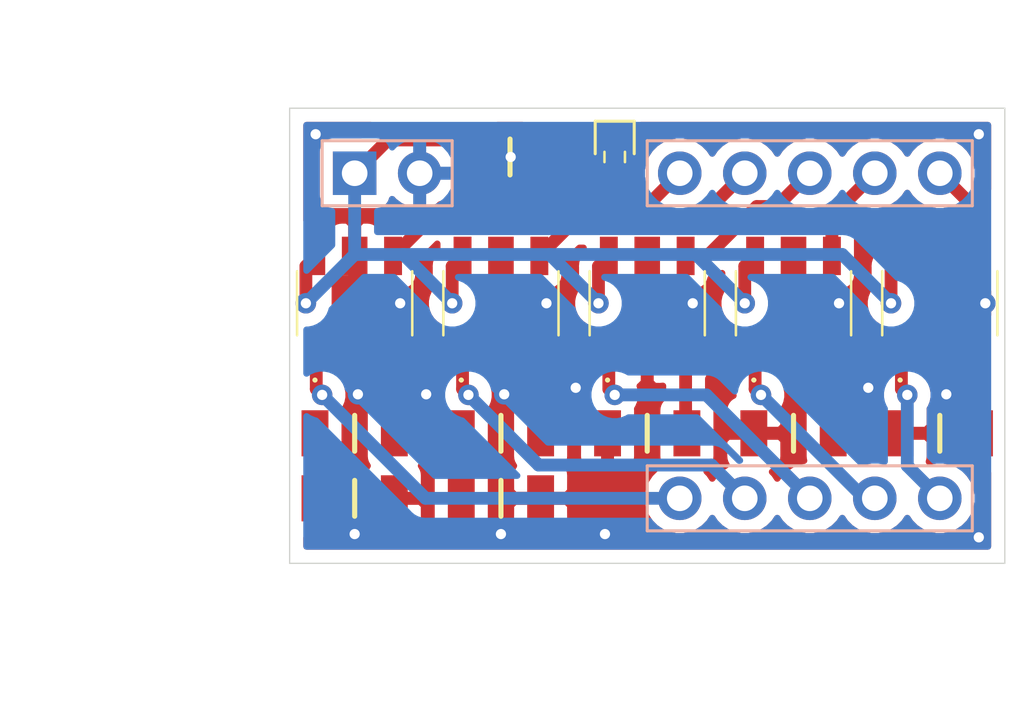
<source format=kicad_pcb>
(kicad_pcb (version 20171130) (host pcbnew "(5.1.8)-1")

  (general
    (thickness 1.6)
    (drawings 21)
    (tracks 100)
    (zones 0)
    (modules 17)
    (nets 21)
  )

  (page A4)
  (layers
    (0 F.Cu signal)
    (31 B.Cu signal)
    (32 B.Adhes user)
    (33 F.Adhes user)
    (34 B.Paste user)
    (35 F.Paste user)
    (36 B.SilkS user)
    (37 F.SilkS user)
    (38 B.Mask user)
    (39 F.Mask user)
    (40 Dwgs.User user)
    (41 Cmts.User user)
    (42 Eco1.User user)
    (43 Eco2.User user)
    (44 Edge.Cuts user)
    (45 Margin user)
    (46 B.CrtYd user)
    (47 F.CrtYd user)
    (48 B.Fab user)
    (49 F.Fab user)
  )

  (setup
    (last_trace_width 0.25)
    (user_trace_width 0.5)
    (user_trace_width 1)
    (trace_clearance 0.2)
    (zone_clearance 0.508)
    (zone_45_only no)
    (trace_min 0.1524)
    (via_size 0.8)
    (via_drill 0.4)
    (via_min_size 0.6)
    (via_min_drill 0.3)
    (uvia_size 0.3)
    (uvia_drill 0.1)
    (uvias_allowed no)
    (uvia_min_size 0.2)
    (uvia_min_drill 0.1)
    (edge_width 0.05)
    (segment_width 0.2)
    (pcb_text_width 0.3)
    (pcb_text_size 1.5 1.5)
    (mod_edge_width 0.12)
    (mod_text_size 1 1)
    (mod_text_width 0.15)
    (pad_size 1.7 1.7)
    (pad_drill 1)
    (pad_to_mask_clearance 0)
    (aux_axis_origin 132.08 60.96)
    (grid_origin 132.08 60.96)
    (visible_elements 7FFFFFFF)
    (pcbplotparams
      (layerselection 0x010f0_ffffffff)
      (usegerberextensions true)
      (usegerberattributes true)
      (usegerberadvancedattributes true)
      (creategerberjobfile false)
      (excludeedgelayer true)
      (linewidth 0.100000)
      (plotframeref false)
      (viasonmask false)
      (mode 1)
      (useauxorigin true)
      (hpglpennumber 1)
      (hpglpenspeed 20)
      (hpglpendiameter 15.000000)
      (psnegative false)
      (psa4output false)
      (plotreference true)
      (plotvalue true)
      (plotinvisibletext false)
      (padsonsilk false)
      (subtractmaskfromsilk true)
      (outputformat 1)
      (mirror false)
      (drillshape 0)
      (scaleselection 1)
      (outputdirectory "C:/Users/Mitsuyoshi Sugaya/Desktop/aegis/gerber/"))
  )

  (net 0 "")
  (net 1 "Net-(J1-Pad1)")
  (net 2 "Net-(J1-Pad2)")
  (net 3 "Net-(J2-Pad1)")
  (net 4 "Net-(J2-Pad2)")
  (net 5 "Net-(J2-Pad3)")
  (net 6 "Net-(J10-Pad1)")
  (net 7 "Net-(J11-Pad1)")
  (net 8 "Net-(J11-Pad4)")
  (net 9 "Net-(J10-Pad4)")
  (net 10 "Net-(J3-Pad3)")
  (net 11 "Net-(J3-Pad2)")
  (net 12 "Net-(J3-Pad1)")
  (net 13 "Net-(J5-Pad3)")
  (net 14 "Net-(J6-Pad3)")
  (net 15 "Net-(J7-Pad3)")
  (net 16 "Net-(J10-Pad3)")
  (net 17 "Net-(J11-Pad3)")
  (net 18 "Net-(R4-Pad2)")
  (net 19 "Net-(R5-Pad2)")
  (net 20 "Net-(LED1-Pad1)")

  (net_class Default "This is the default net class."
    (clearance 0.2)
    (trace_width 0.25)
    (via_dia 0.8)
    (via_drill 0.4)
    (uvia_dia 0.3)
    (uvia_drill 0.1)
    (add_net "Net-(J1-Pad1)")
    (add_net "Net-(J1-Pad2)")
    (add_net "Net-(J10-Pad1)")
    (add_net "Net-(J10-Pad3)")
    (add_net "Net-(J10-Pad4)")
    (add_net "Net-(J11-Pad1)")
    (add_net "Net-(J11-Pad3)")
    (add_net "Net-(J11-Pad4)")
    (add_net "Net-(J2-Pad1)")
    (add_net "Net-(J2-Pad2)")
    (add_net "Net-(J2-Pad3)")
    (add_net "Net-(J3-Pad1)")
    (add_net "Net-(J3-Pad2)")
    (add_net "Net-(J3-Pad3)")
    (add_net "Net-(J5-Pad3)")
    (add_net "Net-(J6-Pad3)")
    (add_net "Net-(J7-Pad3)")
    (add_net "Net-(LED1-Pad1)")
    (add_net "Net-(R4-Pad2)")
    (add_net "Net-(R5-Pad2)")
  )

  (module Connector_PinHeader_2.54mm:PinHeader_1x05_P2.54mm_Vertical (layer B.Cu) (tedit 6040B32C) (tstamp 6012DCE6)
    (at 157.48 58.42 90)
    (descr "Through hole straight pin header, 1x05, 2.54mm pitch, single row")
    (tags "Through hole pin header THT 1x05 2.54mm single row")
    (path /601B195D)
    (fp_text reference J2 (at 0 2.33 -90) (layer Cmts.User)
      (effects (font (size 1 1) (thickness 0.15)))
    )
    (fp_text value Conn_01x05_Male (at 0 -12.49 -90) (layer B.Fab)
      (effects (font (size 1 1) (thickness 0.15)) (justify mirror))
    )
    (fp_line (start 1.8 1.8) (end -1.8 1.8) (layer B.CrtYd) (width 0.05))
    (fp_line (start 1.8 -11.95) (end 1.8 1.8) (layer B.CrtYd) (width 0.05))
    (fp_line (start -1.8 -11.95) (end 1.8 -11.95) (layer B.CrtYd) (width 0.05))
    (fp_line (start -1.8 1.8) (end -1.8 -11.95) (layer B.CrtYd) (width 0.05))
    (fp_line (start -1.27 0.635) (end -0.635 1.27) (layer B.Fab) (width 0.1))
    (fp_line (start -1.27 -11.43) (end -1.27 0.635) (layer B.Fab) (width 0.1))
    (fp_line (start 1.27 -11.43) (end -1.27 -11.43) (layer B.Fab) (width 0.1))
    (fp_line (start 1.27 1.27) (end 1.27 -11.43) (layer B.Fab) (width 0.1))
    (fp_line (start -0.635 1.27) (end 1.27 1.27) (layer B.Fab) (width 0.1))
    (fp_text user %R (at 0 -5.08 180) (layer B.Fab)
      (effects (font (size 1 1) (thickness 0.15)) (justify mirror))
    )
    (pad 1 thru_hole circle (at 0 0 90) (size 1.7 1.7) (drill 1) (layers *.Cu *.Mask)
      (net 3 "Net-(J2-Pad1)"))
    (pad 2 thru_hole oval (at 0 -2.54 90) (size 1.7 1.7) (drill 1) (layers *.Cu *.Mask)
      (net 4 "Net-(J2-Pad2)"))
    (pad 3 thru_hole oval (at 0 -5.08 90) (size 1.7 1.7) (drill 1) (layers *.Cu *.Mask)
      (net 5 "Net-(J2-Pad3)"))
    (pad 4 thru_hole oval (at 0 -7.62 90) (size 1.7 1.7) (drill 1) (layers *.Cu *.Mask)
      (net 6 "Net-(J10-Pad1)"))
    (pad 5 thru_hole oval (at 0 -10.16 90) (size 1.7 1.7) (drill 1) (layers *.Cu *.Mask)
      (net 7 "Net-(J11-Pad1)"))
    (model ${KISYS3DMOD}/Connector_PinHeader_2.54mm.3dshapes/PinHeader_1x05_P2.54mm_Vertical.wrl
      (at (xyz 0 0 0))
      (scale (xyz 1 1 1))
      (rotate (xyz 0 0 0))
    )
  )

  (module Connector_PinHeader_2.54mm:PinHeader_1x05_P2.54mm_Vertical (layer B.Cu) (tedit 6040B328) (tstamp 6012DCFF)
    (at 157.48 45.72 90)
    (descr "Through hole straight pin header, 1x05, 2.54mm pitch, single row")
    (tags "Through hole pin header THT 1x05 2.54mm single row")
    (path /601DA557)
    (fp_text reference J3 (at 0 2.33 -90) (layer Cmts.User)
      (effects (font (size 1 1) (thickness 0.15)))
    )
    (fp_text value Conn_01x05_Male (at 0 -12.49 -90) (layer B.Fab)
      (effects (font (size 1 1) (thickness 0.15)) (justify mirror))
    )
    (fp_line (start -0.635 1.27) (end 1.27 1.27) (layer B.Fab) (width 0.1))
    (fp_line (start 1.27 1.27) (end 1.27 -11.43) (layer B.Fab) (width 0.1))
    (fp_line (start 1.27 -11.43) (end -1.27 -11.43) (layer B.Fab) (width 0.1))
    (fp_line (start -1.27 -11.43) (end -1.27 0.635) (layer B.Fab) (width 0.1))
    (fp_line (start -1.27 0.635) (end -0.635 1.27) (layer B.Fab) (width 0.1))
    (fp_line (start -1.8 1.8) (end -1.8 -11.95) (layer B.CrtYd) (width 0.05))
    (fp_line (start -1.8 -11.95) (end 1.8 -11.95) (layer B.CrtYd) (width 0.05))
    (fp_line (start 1.8 -11.95) (end 1.8 1.8) (layer B.CrtYd) (width 0.05))
    (fp_line (start 1.8 1.8) (end -1.8 1.8) (layer B.CrtYd) (width 0.05))
    (fp_text user %R (at 0 -5.08 180) (layer B.Fab)
      (effects (font (size 1 1) (thickness 0.15)) (justify mirror))
    )
    (pad 5 thru_hole oval (at 0 -10.16 90) (size 1.7 1.7) (drill 1) (layers *.Cu *.Mask)
      (net 8 "Net-(J11-Pad4)"))
    (pad 4 thru_hole oval (at 0 -7.62 90) (size 1.7 1.7) (drill 1) (layers *.Cu *.Mask)
      (net 9 "Net-(J10-Pad4)"))
    (pad 3 thru_hole oval (at 0 -5.08 90) (size 1.7 1.7) (drill 1) (layers *.Cu *.Mask)
      (net 10 "Net-(J3-Pad3)"))
    (pad 2 thru_hole oval (at 0 -2.54 90) (size 1.7 1.7) (drill 1) (layers *.Cu *.Mask)
      (net 11 "Net-(J3-Pad2)"))
    (pad 1 thru_hole circle (at 0 0 90) (size 1.7 1.7) (drill 1) (layers *.Cu *.Mask)
      (net 12 "Net-(J3-Pad1)"))
    (model ${KISYS3DMOD}/Connector_PinHeader_2.54mm.3dshapes/PinHeader_1x05_P2.54mm_Vertical.wrl
      (at (xyz 0 0 0))
      (scale (xyz 1 1 1))
      (rotate (xyz 0 0 0))
    )
  )

  (module Connector_PinHeader_2.54mm:PinHeader_1x02_P2.54mm_Vertical (layer B.Cu) (tedit 6040B2C2) (tstamp 6012DCCD)
    (at 134.62 45.72 270)
    (descr "Through hole straight pin header, 1x02, 2.54mm pitch, single row")
    (tags "Through hole pin header THT 1x02 2.54mm single row")
    (path /601DD890)
    (fp_text reference J1 (at 0 2.33 90) (layer Cmts.User)
      (effects (font (size 1 1) (thickness 0.15)))
    )
    (fp_text value Conn_01x02_Male (at 0 -4.87 90) (layer B.Fab)
      (effects (font (size 1 1) (thickness 0.15)) (justify mirror))
    )
    (fp_line (start 1.8 1.8) (end -1.8 1.8) (layer B.CrtYd) (width 0.05))
    (fp_line (start 1.8 -4.35) (end 1.8 1.8) (layer B.CrtYd) (width 0.05))
    (fp_line (start -1.8 -4.35) (end 1.8 -4.35) (layer B.CrtYd) (width 0.05))
    (fp_line (start -1.8 1.8) (end -1.8 -4.35) (layer B.CrtYd) (width 0.05))
    (fp_line (start -1.27 0.635) (end -0.635 1.27) (layer B.Fab) (width 0.1))
    (fp_line (start -1.27 -3.81) (end -1.27 0.635) (layer B.Fab) (width 0.1))
    (fp_line (start 1.27 -3.81) (end -1.27 -3.81) (layer B.Fab) (width 0.1))
    (fp_line (start 1.27 1.27) (end 1.27 -3.81) (layer B.Fab) (width 0.1))
    (fp_line (start -0.635 1.27) (end 1.27 1.27) (layer B.Fab) (width 0.1))
    (fp_text user %R (at 0 -1.27) (layer B.Fab)
      (effects (font (size 1 1) (thickness 0.15)) (justify mirror))
    )
    (pad 1 thru_hole rect (at 0 0 270) (size 1.7 1.7) (drill 1) (layers *.Cu *.Mask)
      (net 1 "Net-(J1-Pad1)"))
    (pad 2 thru_hole oval (at 0 -2.54 270) (size 1.7 1.7) (drill 1) (layers *.Cu *.Mask)
      (net 2 "Net-(J1-Pad2)"))
    (model ${KISYS3DMOD}/Connector_PinHeader_2.54mm.3dshapes/PinHeader_1x02_P2.54mm_Vertical.wrl
      (at (xyz 0 0 0))
      (scale (xyz 1 1 1))
      (rotate (xyz 0 0 0))
    )
  )

  (module SamacSys_Parts:NJW4616U2 (layer F.Cu) (tedit 6012A90C) (tstamp 6012DD19)
    (at 157.48 50.8)
    (descr NJW4616U2-2)
    (tags Connector)
    (path /6014A471)
    (attr smd)
    (fp_text reference J5 (at 0 0.225) (layer Cmts.User)
      (effects (font (size 1.27 1.27) (thickness 0.254)))
    )
    (fp_text value NJW4616U2 (at 0 0.225) (layer F.SilkS) hide
      (effects (font (size 1.27 1.27) (thickness 0.254)))
    )
    (fp_line (start 2.25 -1.25) (end 2.25 1.25) (layer F.SilkS) (width 0.1))
    (fp_line (start -2.25 -1.25) (end -2.25 1.25) (layer F.SilkS) (width 0.1))
    (fp_line (start -1.5 3) (end -1.5 3) (layer F.SilkS) (width 0.1))
    (fp_line (start -1.6 3) (end -1.6 3) (layer F.SilkS) (width 0.1))
    (fp_line (start -3.25 4.05) (end -3.25 -3.6) (layer F.CrtYd) (width 0.1))
    (fp_line (start 3.25 4.05) (end -3.25 4.05) (layer F.CrtYd) (width 0.1))
    (fp_line (start 3.25 -3.6) (end 3.25 4.05) (layer F.CrtYd) (width 0.1))
    (fp_line (start -3.25 -3.6) (end 3.25 -3.6) (layer F.CrtYd) (width 0.1))
    (fp_line (start -2.25 1.25) (end -2.25 -1.25) (layer F.Fab) (width 0.2))
    (fp_line (start 2.25 1.25) (end -2.25 1.25) (layer F.Fab) (width 0.2))
    (fp_line (start 2.25 -1.25) (end 2.25 1.25) (layer F.Fab) (width 0.2))
    (fp_line (start -2.25 -1.25) (end 2.25 -1.25) (layer F.Fab) (width 0.2))
    (fp_text user %R (at 0 0.225) (layer F.Fab)
      (effects (font (size 1.27 1.27) (thickness 0.254)))
    )
    (fp_arc (start -1.55 3) (end -1.6 3) (angle -180) (layer F.SilkS) (width 0.1))
    (fp_arc (start -1.55 3) (end -1.5 3) (angle -180) (layer F.SilkS) (width 0.1))
    (pad 1 smd rect (at -1.5 1.85) (size 0.7 1.5) (layers F.Cu F.Paste F.Mask)
      (net 3 "Net-(J2-Pad1)"))
    (pad 2 smd rect (at 0 1.85) (size 1 1.5) (layers F.Cu F.Paste F.Mask)
      (net 2 "Net-(J1-Pad2)"))
    (pad 3 smd rect (at 1.5 1.85) (size 0.7 1.5) (layers F.Cu F.Paste F.Mask)
      (net 13 "Net-(J5-Pad3)"))
    (pad 4 smd rect (at 1.5 -1.85) (size 0.7 1.5) (layers F.Cu F.Paste F.Mask)
      (net 12 "Net-(J3-Pad1)"))
    (pad 5 smd rect (at 0 -1.85) (size 1 1.5) (layers F.Cu F.Paste F.Mask)
      (net 2 "Net-(J1-Pad2)"))
    (pad 6 smd rect (at -1.5 -1.85) (size 0.7 1.5) (layers F.Cu F.Paste F.Mask)
      (net 1 "Net-(J1-Pad1)"))
    (pad 7 smd rect (at 0 0) (size 1.8 2.2) (layers F.Cu F.Paste F.Mask)
      (net 2 "Net-(J1-Pad2)"))
    (model "C:\\Users\\Mitsuyoshi Sugaya\\Documents\\kicad\\SamacSys_Parts.3dshapes\\NJW4616U2.stp"
      (at (xyz 0 0 0))
      (scale (xyz 1 1 1))
      (rotate (xyz 0 0 0))
    )
  )

  (module SamacSys_Parts:NJW4616U2 (layer F.Cu) (tedit 6012A8FF) (tstamp 6012DD33)
    (at 151.765 50.8)
    (descr NJW4616U2-2)
    (tags Connector)
    (path /6014F82E)
    (attr smd)
    (fp_text reference J6 (at 0 0.225) (layer Cmts.User)
      (effects (font (size 1.27 1.27) (thickness 0.254)))
    )
    (fp_text value NJW4616U2 (at 0 0.225) (layer F.SilkS) hide
      (effects (font (size 1.27 1.27) (thickness 0.254)))
    )
    (fp_line (start -2.25 -1.25) (end 2.25 -1.25) (layer F.Fab) (width 0.2))
    (fp_line (start 2.25 -1.25) (end 2.25 1.25) (layer F.Fab) (width 0.2))
    (fp_line (start 2.25 1.25) (end -2.25 1.25) (layer F.Fab) (width 0.2))
    (fp_line (start -2.25 1.25) (end -2.25 -1.25) (layer F.Fab) (width 0.2))
    (fp_line (start -3.25 -3.6) (end 3.25 -3.6) (layer F.CrtYd) (width 0.1))
    (fp_line (start 3.25 -3.6) (end 3.25 4.05) (layer F.CrtYd) (width 0.1))
    (fp_line (start 3.25 4.05) (end -3.25 4.05) (layer F.CrtYd) (width 0.1))
    (fp_line (start -3.25 4.05) (end -3.25 -3.6) (layer F.CrtYd) (width 0.1))
    (fp_line (start -1.6 3) (end -1.6 3) (layer F.SilkS) (width 0.1))
    (fp_line (start -1.5 3) (end -1.5 3) (layer F.SilkS) (width 0.1))
    (fp_line (start -2.25 -1.25) (end -2.25 1.25) (layer F.SilkS) (width 0.1))
    (fp_line (start 2.25 -1.25) (end 2.25 1.25) (layer F.SilkS) (width 0.1))
    (fp_arc (start -1.55 3) (end -1.5 3) (angle -180) (layer F.SilkS) (width 0.1))
    (fp_arc (start -1.55 3) (end -1.6 3) (angle -180) (layer F.SilkS) (width 0.1))
    (fp_text user %R (at 0 0.225) (layer F.Fab)
      (effects (font (size 1.27 1.27) (thickness 0.254)))
    )
    (pad 7 smd rect (at 0 0) (size 1.8 2.2) (layers F.Cu F.Paste F.Mask)
      (net 2 "Net-(J1-Pad2)"))
    (pad 6 smd rect (at -1.5 -1.85) (size 0.7 1.5) (layers F.Cu F.Paste F.Mask)
      (net 1 "Net-(J1-Pad1)"))
    (pad 5 smd rect (at 0 -1.85) (size 1 1.5) (layers F.Cu F.Paste F.Mask)
      (net 2 "Net-(J1-Pad2)"))
    (pad 4 smd rect (at 1.5 -1.85) (size 0.7 1.5) (layers F.Cu F.Paste F.Mask)
      (net 11 "Net-(J3-Pad2)"))
    (pad 3 smd rect (at 1.5 1.85) (size 0.7 1.5) (layers F.Cu F.Paste F.Mask)
      (net 14 "Net-(J6-Pad3)"))
    (pad 2 smd rect (at 0 1.85) (size 1 1.5) (layers F.Cu F.Paste F.Mask)
      (net 2 "Net-(J1-Pad2)"))
    (pad 1 smd rect (at -1.5 1.85) (size 0.7 1.5) (layers F.Cu F.Paste F.Mask)
      (net 4 "Net-(J2-Pad2)"))
    (model "C:\\Users\\Mitsuyoshi Sugaya\\Documents\\kicad\\SamacSys_Parts.3dshapes\\NJW4616U2.stp"
      (at (xyz 0 0 0))
      (scale (xyz 1 1 1))
      (rotate (xyz 0 0 0))
    )
  )

  (module SamacSys_Parts:NJW4616U2 (layer F.Cu) (tedit 6012A8F2) (tstamp 6012DD4D)
    (at 146.05 50.8)
    (descr NJW4616U2-2)
    (tags Connector)
    (path /60152D75)
    (attr smd)
    (fp_text reference J7 (at 0 0.225) (layer Cmts.User)
      (effects (font (size 1.27 1.27) (thickness 0.254)))
    )
    (fp_text value NJW4616U2 (at 0 0.225) (layer F.SilkS) hide
      (effects (font (size 1.27 1.27) (thickness 0.254)))
    )
    (fp_line (start 2.25 -1.25) (end 2.25 1.25) (layer F.SilkS) (width 0.1))
    (fp_line (start -2.25 -1.25) (end -2.25 1.25) (layer F.SilkS) (width 0.1))
    (fp_line (start -1.5 3) (end -1.5 3) (layer F.SilkS) (width 0.1))
    (fp_line (start -1.6 3) (end -1.6 3) (layer F.SilkS) (width 0.1))
    (fp_line (start -3.25 4.05) (end -3.25 -3.6) (layer F.CrtYd) (width 0.1))
    (fp_line (start 3.25 4.05) (end -3.25 4.05) (layer F.CrtYd) (width 0.1))
    (fp_line (start 3.25 -3.6) (end 3.25 4.05) (layer F.CrtYd) (width 0.1))
    (fp_line (start -3.25 -3.6) (end 3.25 -3.6) (layer F.CrtYd) (width 0.1))
    (fp_line (start -2.25 1.25) (end -2.25 -1.25) (layer F.Fab) (width 0.2))
    (fp_line (start 2.25 1.25) (end -2.25 1.25) (layer F.Fab) (width 0.2))
    (fp_line (start 2.25 -1.25) (end 2.25 1.25) (layer F.Fab) (width 0.2))
    (fp_line (start -2.25 -1.25) (end 2.25 -1.25) (layer F.Fab) (width 0.2))
    (fp_text user %R (at 0 0.225) (layer F.Fab)
      (effects (font (size 1.27 1.27) (thickness 0.254)))
    )
    (fp_arc (start -1.55 3) (end -1.6 3) (angle -180) (layer F.SilkS) (width 0.1))
    (fp_arc (start -1.55 3) (end -1.5 3) (angle -180) (layer F.SilkS) (width 0.1))
    (pad 1 smd rect (at -1.5 1.85) (size 0.7 1.5) (layers F.Cu F.Paste F.Mask)
      (net 5 "Net-(J2-Pad3)"))
    (pad 2 smd rect (at 0 1.85) (size 1 1.5) (layers F.Cu F.Paste F.Mask)
      (net 2 "Net-(J1-Pad2)"))
    (pad 3 smd rect (at 1.5 1.85) (size 0.7 1.5) (layers F.Cu F.Paste F.Mask)
      (net 15 "Net-(J7-Pad3)"))
    (pad 4 smd rect (at 1.5 -1.85) (size 0.7 1.5) (layers F.Cu F.Paste F.Mask)
      (net 10 "Net-(J3-Pad3)"))
    (pad 5 smd rect (at 0 -1.85) (size 1 1.5) (layers F.Cu F.Paste F.Mask)
      (net 2 "Net-(J1-Pad2)"))
    (pad 6 smd rect (at -1.5 -1.85) (size 0.7 1.5) (layers F.Cu F.Paste F.Mask)
      (net 1 "Net-(J1-Pad1)"))
    (pad 7 smd rect (at 0 0) (size 1.8 2.2) (layers F.Cu F.Paste F.Mask)
      (net 2 "Net-(J1-Pad2)"))
    (model "C:\\Users\\Mitsuyoshi Sugaya\\Documents\\kicad\\SamacSys_Parts.3dshapes\\NJW4616U2.stp"
      (at (xyz 0 0 0))
      (scale (xyz 1 1 1))
      (rotate (xyz 0 0 0))
    )
  )

  (module SamacSys_Parts:NJW4616U2 (layer F.Cu) (tedit 601FE8E0) (tstamp 6012DD67)
    (at 140.335 50.8)
    (descr NJW4616U2-2)
    (tags Connector)
    (path /60126CB0)
    (attr smd)
    (fp_text reference J10 (at 0 0.225) (layer Cmts.User)
      (effects (font (size 1.27 1.27) (thickness 0.254)))
    )
    (fp_text value NJW4616U2 (at 0 0.225) (layer F.SilkS) hide
      (effects (font (size 1.27 1.27) (thickness 0.254)))
    )
    (fp_line (start 2.25 -1.25) (end 2.25 1.25) (layer F.SilkS) (width 0.1))
    (fp_line (start -2.25 -1.25) (end -2.25 1.25) (layer F.SilkS) (width 0.1))
    (fp_line (start -1.5 3) (end -1.5 3) (layer F.SilkS) (width 0.1))
    (fp_line (start -1.6 3) (end -1.6 3) (layer F.SilkS) (width 0.1))
    (fp_line (start -3.25 4.05) (end -3.25 -3.6) (layer F.CrtYd) (width 0.1))
    (fp_line (start 3.25 4.05) (end -3.25 4.05) (layer F.CrtYd) (width 0.1))
    (fp_line (start 3.25 -3.6) (end 3.25 4.05) (layer F.CrtYd) (width 0.1))
    (fp_line (start -3.25 -3.6) (end 3.25 -3.6) (layer F.CrtYd) (width 0.1))
    (fp_line (start -2.25 1.25) (end -2.25 -1.25) (layer F.Fab) (width 0.2))
    (fp_line (start 2.25 1.25) (end -2.25 1.25) (layer F.Fab) (width 0.2))
    (fp_line (start 2.25 -1.25) (end 2.25 1.25) (layer F.Fab) (width 0.2))
    (fp_line (start -2.25 -1.25) (end 2.25 -1.25) (layer F.Fab) (width 0.2))
    (fp_text user %R (at 0 0.225) (layer F.Fab)
      (effects (font (size 1.27 1.27) (thickness 0.254)))
    )
    (fp_arc (start -1.55 3) (end -1.6 3) (angle -180) (layer F.SilkS) (width 0.1))
    (fp_arc (start -1.55 3) (end -1.5 3) (angle -180) (layer F.SilkS) (width 0.1))
    (pad 1 smd rect (at -1.5 1.85) (size 0.7 1.5) (layers F.Cu F.Paste F.Mask)
      (net 6 "Net-(J10-Pad1)"))
    (pad 2 smd rect (at 0 1.85) (size 1 1.5) (layers F.Cu F.Paste F.Mask)
      (net 2 "Net-(J1-Pad2)"))
    (pad 3 smd rect (at 1.5 1.85) (size 0.7 1.5) (layers F.Cu F.Paste F.Mask)
      (net 16 "Net-(J10-Pad3)"))
    (pad 4 smd rect (at 1.5 -1.85) (size 0.7 1.5) (layers F.Cu F.Paste F.Mask)
      (net 9 "Net-(J10-Pad4)"))
    (pad 5 smd rect (at 0 -1.85) (size 1 1.5) (layers F.Cu F.Paste F.Mask)
      (net 2 "Net-(J1-Pad2)"))
    (pad 6 smd rect (at -1.5 -1.85) (size 0.7 1.5) (layers F.Cu F.Paste F.Mask)
      (net 1 "Net-(J1-Pad1)"))
    (pad 7 smd rect (at 0 0) (size 1.8 2.2) (layers F.Cu F.Paste F.Mask)
      (net 2 "Net-(J1-Pad2)"))
    (model "C:\\Users\\Mitsuyoshi Sugaya\\Documents\\kicad\\SamacSys_Parts.3dshapes\\NJW4616U2.stp"
      (at (xyz 0 0 0))
      (scale (xyz 1 1 1))
      (rotate (xyz 0 0 0))
    )
  )

  (module SamacSys_Parts:NJW4616U2 (layer F.Cu) (tedit 601FE8F3) (tstamp 6012DD81)
    (at 134.62 50.8)
    (descr NJW4616U2-2)
    (tags Connector)
    (path /60147A28)
    (attr smd)
    (fp_text reference J11 (at 0 0.225) (layer Cmts.User)
      (effects (font (size 1.27 1.27) (thickness 0.254)))
    )
    (fp_text value NJW4616U2 (at 0 0.225) (layer F.SilkS) hide
      (effects (font (size 1.27 1.27) (thickness 0.254)))
    )
    (fp_line (start -2.25 -1.25) (end 2.25 -1.25) (layer F.Fab) (width 0.2))
    (fp_line (start 2.25 -1.25) (end 2.25 1.25) (layer F.Fab) (width 0.2))
    (fp_line (start 2.25 1.25) (end -2.25 1.25) (layer F.Fab) (width 0.2))
    (fp_line (start -2.25 1.25) (end -2.25 -1.25) (layer F.Fab) (width 0.2))
    (fp_line (start -3.25 -3.6) (end 3.25 -3.6) (layer F.CrtYd) (width 0.1))
    (fp_line (start 3.25 -3.6) (end 3.25 4.05) (layer F.CrtYd) (width 0.1))
    (fp_line (start 3.25 4.05) (end -3.25 4.05) (layer F.CrtYd) (width 0.1))
    (fp_line (start -3.25 4.05) (end -3.25 -3.6) (layer F.CrtYd) (width 0.1))
    (fp_line (start -1.6 3) (end -1.6 3) (layer F.SilkS) (width 0.1))
    (fp_line (start -1.5 3) (end -1.5 3) (layer F.SilkS) (width 0.1))
    (fp_line (start -2.25 -1.25) (end -2.25 1.25) (layer F.SilkS) (width 0.1))
    (fp_line (start 2.25 -1.25) (end 2.25 1.25) (layer F.SilkS) (width 0.1))
    (fp_arc (start -1.55 3) (end -1.5 3) (angle -180) (layer F.SilkS) (width 0.1))
    (fp_arc (start -1.55 3) (end -1.6 3) (angle -180) (layer F.SilkS) (width 0.1))
    (fp_text user %R (at 0 0.225) (layer F.Fab)
      (effects (font (size 1.27 1.27) (thickness 0.254)))
    )
    (pad 7 smd rect (at 0 0) (size 1.8 2.2) (layers F.Cu F.Paste F.Mask)
      (net 2 "Net-(J1-Pad2)"))
    (pad 6 smd rect (at -1.5 -1.85) (size 0.7 1.5) (layers F.Cu F.Paste F.Mask)
      (net 1 "Net-(J1-Pad1)"))
    (pad 5 smd rect (at 0 -1.85) (size 1 1.5) (layers F.Cu F.Paste F.Mask)
      (net 2 "Net-(J1-Pad2)"))
    (pad 4 smd rect (at 1.5 -1.85) (size 0.7 1.5) (layers F.Cu F.Paste F.Mask)
      (net 8 "Net-(J11-Pad4)"))
    (pad 3 smd rect (at 1.5 1.85) (size 0.7 1.5) (layers F.Cu F.Paste F.Mask)
      (net 17 "Net-(J11-Pad3)"))
    (pad 2 smd rect (at 0 1.85) (size 1 1.5) (layers F.Cu F.Paste F.Mask)
      (net 2 "Net-(J1-Pad2)"))
    (pad 1 smd rect (at -1.5 1.85) (size 0.7 1.5) (layers F.Cu F.Paste F.Mask)
      (net 7 "Net-(J11-Pad1)"))
    (model "C:\\Users\\Mitsuyoshi Sugaya\\Documents\\kicad\\SamacSys_Parts.3dshapes\\NJW4616U2.stp"
      (at (xyz 0 0 0))
      (scale (xyz 1 1 1))
      (rotate (xyz 0 0 0))
    )
  )

  (module SamacSys_Parts:RESC3216X80N (layer F.Cu) (tedit 0) (tstamp 6012DD91)
    (at 157.48 55.88 180)
    (descr RK73B2B)
    (tags Resistor)
    (path /6014A493)
    (attr smd)
    (fp_text reference R1 (at 0 0) (layer Cmts.User)
      (effects (font (size 1.27 1.27) (thickness 0.254)))
    )
    (fp_text value RK73B2BTTD1R0J (at 0 0) (layer F.SilkS) hide
      (effects (font (size 1.27 1.27) (thickness 0.254)))
    )
    (fp_line (start 0 -0.7) (end 0 0.7) (layer F.SilkS) (width 0.2))
    (fp_line (start -1.6 0.8) (end -1.6 -0.8) (layer F.Fab) (width 0.1))
    (fp_line (start 1.6 0.8) (end -1.6 0.8) (layer F.Fab) (width 0.1))
    (fp_line (start 1.6 -0.8) (end 1.6 0.8) (layer F.Fab) (width 0.1))
    (fp_line (start -1.6 -0.8) (end 1.6 -0.8) (layer F.Fab) (width 0.1))
    (fp_line (start -2.325 1.15) (end -2.325 -1.15) (layer F.CrtYd) (width 0.05))
    (fp_line (start 2.325 1.15) (end -2.325 1.15) (layer F.CrtYd) (width 0.05))
    (fp_line (start 2.325 -1.15) (end 2.325 1.15) (layer F.CrtYd) (width 0.05))
    (fp_line (start -2.325 -1.15) (end 2.325 -1.15) (layer F.CrtYd) (width 0.05))
    (fp_text user %R (at 0 0) (layer F.Fab)
      (effects (font (size 1.27 1.27) (thickness 0.254)))
    )
    (pad 1 smd rect (at -1.55 0 180) (size 1.05 1.8) (layers F.Cu F.Paste F.Mask)
      (net 13 "Net-(J5-Pad3)"))
    (pad 2 smd rect (at 1.55 0 180) (size 1.05 1.8) (layers F.Cu F.Paste F.Mask)
      (net 2 "Net-(J1-Pad2)"))
    (model "C:\\Users\\Mitsuyoshi Sugaya\\Documents\\kicad\\SamacSys_Parts.3dshapes\\RK73B2BTTD1R0J.stp"
      (at (xyz 0 0 0))
      (scale (xyz 1 1 1))
      (rotate (xyz 0 0 0))
    )
  )

  (module SamacSys_Parts:RESC3216X80N (layer F.Cu) (tedit 0) (tstamp 6012DDA1)
    (at 151.765 55.88 180)
    (descr RK73B2B)
    (tags Resistor)
    (path /6014F850)
    (attr smd)
    (fp_text reference R2 (at 0 0) (layer Cmts.User)
      (effects (font (size 1.27 1.27) (thickness 0.254)))
    )
    (fp_text value RK73B2BTTD1R0J (at 0 0) (layer F.SilkS) hide
      (effects (font (size 1.27 1.27) (thickness 0.254)))
    )
    (fp_line (start -2.325 -1.15) (end 2.325 -1.15) (layer F.CrtYd) (width 0.05))
    (fp_line (start 2.325 -1.15) (end 2.325 1.15) (layer F.CrtYd) (width 0.05))
    (fp_line (start 2.325 1.15) (end -2.325 1.15) (layer F.CrtYd) (width 0.05))
    (fp_line (start -2.325 1.15) (end -2.325 -1.15) (layer F.CrtYd) (width 0.05))
    (fp_line (start -1.6 -0.8) (end 1.6 -0.8) (layer F.Fab) (width 0.1))
    (fp_line (start 1.6 -0.8) (end 1.6 0.8) (layer F.Fab) (width 0.1))
    (fp_line (start 1.6 0.8) (end -1.6 0.8) (layer F.Fab) (width 0.1))
    (fp_line (start -1.6 0.8) (end -1.6 -0.8) (layer F.Fab) (width 0.1))
    (fp_line (start 0 -0.7) (end 0 0.7) (layer F.SilkS) (width 0.2))
    (fp_text user %R (at 0 0) (layer F.Fab)
      (effects (font (size 1.27 1.27) (thickness 0.254)))
    )
    (pad 2 smd rect (at 1.55 0 180) (size 1.05 1.8) (layers F.Cu F.Paste F.Mask)
      (net 2 "Net-(J1-Pad2)"))
    (pad 1 smd rect (at -1.55 0 180) (size 1.05 1.8) (layers F.Cu F.Paste F.Mask)
      (net 14 "Net-(J6-Pad3)"))
    (model "C:\\Users\\Mitsuyoshi Sugaya\\Documents\\kicad\\SamacSys_Parts.3dshapes\\RK73B2BTTD1R0J.stp"
      (at (xyz 0 0 0))
      (scale (xyz 1 1 1))
      (rotate (xyz 0 0 0))
    )
  )

  (module SamacSys_Parts:RESC3216X80N (layer F.Cu) (tedit 0) (tstamp 6012DDB1)
    (at 146.05 55.88 180)
    (descr RK73B2B)
    (tags Resistor)
    (path /60152D97)
    (attr smd)
    (fp_text reference R3 (at 0 0) (layer Cmts.User)
      (effects (font (size 1.27 1.27) (thickness 0.254)))
    )
    (fp_text value RK73B2BTTD1R0J (at 0 0) (layer F.SilkS) hide
      (effects (font (size 1.27 1.27) (thickness 0.254)))
    )
    (fp_line (start 0 -0.7) (end 0 0.7) (layer F.SilkS) (width 0.2))
    (fp_line (start -1.6 0.8) (end -1.6 -0.8) (layer F.Fab) (width 0.1))
    (fp_line (start 1.6 0.8) (end -1.6 0.8) (layer F.Fab) (width 0.1))
    (fp_line (start 1.6 -0.8) (end 1.6 0.8) (layer F.Fab) (width 0.1))
    (fp_line (start -1.6 -0.8) (end 1.6 -0.8) (layer F.Fab) (width 0.1))
    (fp_line (start -2.325 1.15) (end -2.325 -1.15) (layer F.CrtYd) (width 0.05))
    (fp_line (start 2.325 1.15) (end -2.325 1.15) (layer F.CrtYd) (width 0.05))
    (fp_line (start 2.325 -1.15) (end 2.325 1.15) (layer F.CrtYd) (width 0.05))
    (fp_line (start -2.325 -1.15) (end 2.325 -1.15) (layer F.CrtYd) (width 0.05))
    (fp_text user %R (at 0 0) (layer F.Fab)
      (effects (font (size 1.27 1.27) (thickness 0.254)))
    )
    (pad 1 smd rect (at -1.55 0 180) (size 1.05 1.8) (layers F.Cu F.Paste F.Mask)
      (net 15 "Net-(J7-Pad3)"))
    (pad 2 smd rect (at 1.55 0 180) (size 1.05 1.8) (layers F.Cu F.Paste F.Mask)
      (net 2 "Net-(J1-Pad2)"))
    (model "C:\\Users\\Mitsuyoshi Sugaya\\Documents\\kicad\\SamacSys_Parts.3dshapes\\RK73B2BTTD1R0J.stp"
      (at (xyz 0 0 0))
      (scale (xyz 1 1 1))
      (rotate (xyz 0 0 0))
    )
  )

  (module SamacSys_Parts:RESC3216X80N (layer F.Cu) (tedit 0) (tstamp 6012DDC1)
    (at 140.335 55.88 180)
    (descr RK73B2B)
    (tags Resistor)
    (path /6013A770)
    (attr smd)
    (fp_text reference R4 (at 0 0) (layer Cmts.User)
      (effects (font (size 1.27 1.27) (thickness 0.254)))
    )
    (fp_text value RK73B2BTTD1R0J (at 0 0) (layer F.SilkS) hide
      (effects (font (size 1.27 1.27) (thickness 0.254)))
    )
    (fp_line (start 0 -0.7) (end 0 0.7) (layer F.SilkS) (width 0.2))
    (fp_line (start -1.6 0.8) (end -1.6 -0.8) (layer F.Fab) (width 0.1))
    (fp_line (start 1.6 0.8) (end -1.6 0.8) (layer F.Fab) (width 0.1))
    (fp_line (start 1.6 -0.8) (end 1.6 0.8) (layer F.Fab) (width 0.1))
    (fp_line (start -1.6 -0.8) (end 1.6 -0.8) (layer F.Fab) (width 0.1))
    (fp_line (start -2.325 1.15) (end -2.325 -1.15) (layer F.CrtYd) (width 0.05))
    (fp_line (start 2.325 1.15) (end -2.325 1.15) (layer F.CrtYd) (width 0.05))
    (fp_line (start 2.325 -1.15) (end 2.325 1.15) (layer F.CrtYd) (width 0.05))
    (fp_line (start -2.325 -1.15) (end 2.325 -1.15) (layer F.CrtYd) (width 0.05))
    (fp_text user %R (at 0 0) (layer F.Fab)
      (effects (font (size 1.27 1.27) (thickness 0.254)))
    )
    (pad 1 smd rect (at -1.55 0 180) (size 1.05 1.8) (layers F.Cu F.Paste F.Mask)
      (net 16 "Net-(J10-Pad3)"))
    (pad 2 smd rect (at 1.55 0 180) (size 1.05 1.8) (layers F.Cu F.Paste F.Mask)
      (net 18 "Net-(R4-Pad2)"))
    (model "C:\\Users\\Mitsuyoshi Sugaya\\Documents\\kicad\\SamacSys_Parts.3dshapes\\RK73B2BTTD1R0J.stp"
      (at (xyz 0 0 0))
      (scale (xyz 1 1 1))
      (rotate (xyz 0 0 0))
    )
  )

  (module SamacSys_Parts:RESC3216X80N (layer F.Cu) (tedit 0) (tstamp 6012DDD1)
    (at 134.62 55.88 180)
    (descr RK73B2B)
    (tags Resistor)
    (path /60147A4A)
    (attr smd)
    (fp_text reference R5 (at 0 0) (layer Cmts.User)
      (effects (font (size 1.27 1.27) (thickness 0.254)))
    )
    (fp_text value RK73B2BTTD1R0J (at 0 0) (layer F.SilkS) hide
      (effects (font (size 1.27 1.27) (thickness 0.254)))
    )
    (fp_line (start 0 -0.7) (end 0 0.7) (layer F.SilkS) (width 0.2))
    (fp_line (start -1.6 0.8) (end -1.6 -0.8) (layer F.Fab) (width 0.1))
    (fp_line (start 1.6 0.8) (end -1.6 0.8) (layer F.Fab) (width 0.1))
    (fp_line (start 1.6 -0.8) (end 1.6 0.8) (layer F.Fab) (width 0.1))
    (fp_line (start -1.6 -0.8) (end 1.6 -0.8) (layer F.Fab) (width 0.1))
    (fp_line (start -2.325 1.15) (end -2.325 -1.15) (layer F.CrtYd) (width 0.05))
    (fp_line (start 2.325 1.15) (end -2.325 1.15) (layer F.CrtYd) (width 0.05))
    (fp_line (start 2.325 -1.15) (end 2.325 1.15) (layer F.CrtYd) (width 0.05))
    (fp_line (start -2.325 -1.15) (end 2.325 -1.15) (layer F.CrtYd) (width 0.05))
    (fp_text user %R (at 0 0) (layer F.Fab)
      (effects (font (size 1.27 1.27) (thickness 0.254)))
    )
    (pad 1 smd rect (at -1.55 0 180) (size 1.05 1.8) (layers F.Cu F.Paste F.Mask)
      (net 17 "Net-(J11-Pad3)"))
    (pad 2 smd rect (at 1.55 0 180) (size 1.05 1.8) (layers F.Cu F.Paste F.Mask)
      (net 19 "Net-(R5-Pad2)"))
    (model "C:\\Users\\Mitsuyoshi Sugaya\\Documents\\kicad\\SamacSys_Parts.3dshapes\\RK73B2BTTD1R0J.stp"
      (at (xyz 0 0 0))
      (scale (xyz 1 1 1))
      (rotate (xyz 0 0 0))
    )
  )

  (module SamacSys_Parts:RESC3216X80N (layer F.Cu) (tedit 601FE908) (tstamp 6012DDE1)
    (at 140.335 58.42)
    (descr RK73B2B)
    (tags Resistor)
    (path /6013B65D)
    (attr smd)
    (fp_text reference R6 (at 0 0) (layer Cmts.User)
      (effects (font (size 1.27 1.27) (thickness 0.254)))
    )
    (fp_text value RK73B2BTTD1R0J (at 0 0) (layer F.SilkS) hide
      (effects (font (size 1.27 1.27) (thickness 0.254)))
    )
    (fp_line (start -2.325 -1.15) (end 2.325 -1.15) (layer F.CrtYd) (width 0.05))
    (fp_line (start 2.325 -1.15) (end 2.325 1.15) (layer F.CrtYd) (width 0.05))
    (fp_line (start 2.325 1.15) (end -2.325 1.15) (layer F.CrtYd) (width 0.05))
    (fp_line (start -2.325 1.15) (end -2.325 -1.15) (layer F.CrtYd) (width 0.05))
    (fp_line (start -1.6 -0.8) (end 1.6 -0.8) (layer F.Fab) (width 0.1))
    (fp_line (start 1.6 -0.8) (end 1.6 0.8) (layer F.Fab) (width 0.1))
    (fp_line (start 1.6 0.8) (end -1.6 0.8) (layer F.Fab) (width 0.1))
    (fp_line (start -1.6 0.8) (end -1.6 -0.8) (layer F.Fab) (width 0.1))
    (fp_line (start 0 -0.7) (end 0 0.7) (layer F.SilkS) (width 0.2))
    (fp_text user %R (at 0 0) (layer F.Fab)
      (effects (font (size 1.27 1.27) (thickness 0.254)))
    )
    (pad 2 smd rect (at 1.55 0) (size 1.05 1.8) (layers F.Cu F.Paste F.Mask)
      (net 2 "Net-(J1-Pad2)"))
    (pad 1 smd rect (at -1.55 0) (size 1.05 1.8) (layers F.Cu F.Paste F.Mask)
      (net 18 "Net-(R4-Pad2)"))
    (model "C:\\Users\\Mitsuyoshi Sugaya\\Documents\\kicad\\SamacSys_Parts.3dshapes\\RK73B2BTTD1R0J.stp"
      (at (xyz 0 0 0))
      (scale (xyz 1 1 1))
      (rotate (xyz 0 0 0))
    )
  )

  (module SamacSys_Parts:RESC3216X80N (layer F.Cu) (tedit 601FE902) (tstamp 6012DDF1)
    (at 134.62 58.42)
    (descr RK73B2B)
    (tags Resistor)
    (path /60147A56)
    (attr smd)
    (fp_text reference R7 (at 0 0) (layer Cmts.User)
      (effects (font (size 1.27 1.27) (thickness 0.254)))
    )
    (fp_text value RK73B2BTTD1R0J (at 0 0) (layer F.SilkS) hide
      (effects (font (size 1.27 1.27) (thickness 0.254)))
    )
    (fp_line (start -2.325 -1.15) (end 2.325 -1.15) (layer F.CrtYd) (width 0.05))
    (fp_line (start 2.325 -1.15) (end 2.325 1.15) (layer F.CrtYd) (width 0.05))
    (fp_line (start 2.325 1.15) (end -2.325 1.15) (layer F.CrtYd) (width 0.05))
    (fp_line (start -2.325 1.15) (end -2.325 -1.15) (layer F.CrtYd) (width 0.05))
    (fp_line (start -1.6 -0.8) (end 1.6 -0.8) (layer F.Fab) (width 0.1))
    (fp_line (start 1.6 -0.8) (end 1.6 0.8) (layer F.Fab) (width 0.1))
    (fp_line (start 1.6 0.8) (end -1.6 0.8) (layer F.Fab) (width 0.1))
    (fp_line (start -1.6 0.8) (end -1.6 -0.8) (layer F.Fab) (width 0.1))
    (fp_line (start 0 -0.7) (end 0 0.7) (layer F.SilkS) (width 0.2))
    (fp_text user %R (at 0 0) (layer F.Fab)
      (effects (font (size 1.27 1.27) (thickness 0.254)))
    )
    (pad 2 smd rect (at 1.55 0) (size 1.05 1.8) (layers F.Cu F.Paste F.Mask)
      (net 2 "Net-(J1-Pad2)"))
    (pad 1 smd rect (at -1.55 0) (size 1.05 1.8) (layers F.Cu F.Paste F.Mask)
      (net 19 "Net-(R5-Pad2)"))
    (model "C:\\Users\\Mitsuyoshi Sugaya\\Documents\\kicad\\SamacSys_Parts.3dshapes\\RK73B2BTTD1R0J.stp"
      (at (xyz 0 0 0))
      (scale (xyz 1 1 1))
      (rotate (xyz 0 0 0))
    )
  )

  (module SamacSys_Parts:OSXX0603C1E (layer F.Cu) (tedit 0) (tstamp 601FEE17)
    (at 144.78 45.085 270)
    (descr OSXX0603C1E-2)
    (tags LED)
    (path /601FCBFF)
    (attr smd)
    (fp_text reference LED1 (at 0 0 90) (layer Cmts.User)
      (effects (font (size 1.27 1.27) (thickness 0.254)))
    )
    (fp_text value OSXX0603C1E (at 0 0 90) (layer F.SilkS) hide
      (effects (font (size 1.27 1.27) (thickness 0.254)))
    )
    (fp_line (start -0.2 -0.4) (end 0.2 -0.4) (layer F.SilkS) (width 0.1))
    (fp_line (start -0.2 0.4) (end 0.2 0.4) (layer F.SilkS) (width 0.1))
    (fp_line (start -2.15 1.4) (end -2.15 -1.4) (layer F.CrtYd) (width 0.1))
    (fp_line (start 2.15 1.4) (end -2.15 1.4) (layer F.CrtYd) (width 0.1))
    (fp_line (start 2.15 -1.4) (end 2.15 1.4) (layer F.CrtYd) (width 0.1))
    (fp_line (start -2.15 -1.4) (end 2.15 -1.4) (layer F.CrtYd) (width 0.1))
    (fp_line (start -0.8 0.4) (end -0.8 -0.4) (layer F.Fab) (width 0.2))
    (fp_line (start 0.8 0.4) (end -0.8 0.4) (layer F.Fab) (width 0.2))
    (fp_line (start 0.8 -0.4) (end 0.8 0.4) (layer F.Fab) (width 0.2))
    (fp_line (start -0.8 -0.4) (end 0.8 -0.4) (layer F.Fab) (width 0.2))
    (fp_text user %R (at 0 0 90) (layer F.Fab)
      (effects (font (size 1.27 1.27) (thickness 0.254)))
    )
    (pad 1 smd rect (at -0.75 0 270) (size 0.8 0.8) (layers F.Cu F.Paste F.Mask)
      (net 20 "Net-(LED1-Pad1)"))
    (pad 2 smd rect (at 0.75 0 270) (size 0.8 0.8) (layers F.Cu F.Paste F.Mask)
      (net 2 "Net-(J1-Pad2)"))
    (model "C:\\Users\\Mitsuyoshi Sugaya\\Documents\\kicad\\SamacSys_Parts.3dshapes\\OSXX0603C1E.stp"
      (at (xyz 0 0 0))
      (scale (xyz 1 1 1))
      (rotate (xyz 0 0 0))
    )
  )

  (module SamacSys_Parts:RESC3216X70N (layer F.Cu) (tedit 0) (tstamp 601FEE27)
    (at 140.69 45.085)
    (descr RN732B)
    (tags Resistor)
    (path /601FE8C5)
    (attr smd)
    (fp_text reference R8 (at 0 0) (layer Cmts.User)
      (effects (font (size 1.27 1.27) (thickness 0.254)))
    )
    (fp_text value RK73B2BTTD221J (at 0 0) (layer F.SilkS) hide
      (effects (font (size 1.27 1.27) (thickness 0.254)))
    )
    (fp_line (start 0 -0.7) (end 0 0.7) (layer F.SilkS) (width 0.2))
    (fp_line (start -1.6 0.8) (end -1.6 -0.8) (layer F.Fab) (width 0.1))
    (fp_line (start 1.6 0.8) (end -1.6 0.8) (layer F.Fab) (width 0.1))
    (fp_line (start 1.6 -0.8) (end 1.6 0.8) (layer F.Fab) (width 0.1))
    (fp_line (start -1.6 -0.8) (end 1.6 -0.8) (layer F.Fab) (width 0.1))
    (fp_line (start -2.325 1.15) (end -2.325 -1.15) (layer F.CrtYd) (width 0.05))
    (fp_line (start 2.325 1.15) (end -2.325 1.15) (layer F.CrtYd) (width 0.05))
    (fp_line (start 2.325 -1.15) (end 2.325 1.15) (layer F.CrtYd) (width 0.05))
    (fp_line (start -2.325 -1.15) (end 2.325 -1.15) (layer F.CrtYd) (width 0.05))
    (fp_text user %R (at 0 0) (layer F.Fab)
      (effects (font (size 1.27 1.27) (thickness 0.254)))
    )
    (pad 1 smd rect (at -1.55 0) (size 1.05 1.8) (layers F.Cu F.Paste F.Mask)
      (net 1 "Net-(J1-Pad1)"))
    (pad 2 smd rect (at 1.55 0) (size 1.05 1.8) (layers F.Cu F.Paste F.Mask)
      (net 20 "Net-(LED1-Pad1)"))
    (model "C:\\Users\\Mitsuyoshi Sugaya\\Documents\\kicad\\SamacSys_Parts.3dshapes\\RK73B2BTTD910J.stp"
      (at (xyz 0 0 0))
      (scale (xyz 1 1 1))
      (rotate (xyz 0 0 0))
    )
  )

  (gr_line (start 146.05 57.15) (end 158.75 57.15) (layer B.SilkS) (width 0.12) (tstamp 60411257))
  (gr_line (start 146.05 59.69) (end 146.05 57.15) (layer B.SilkS) (width 0.12))
  (gr_line (start 158.75 59.69) (end 146.05 59.69) (layer B.SilkS) (width 0.12))
  (gr_line (start 158.75 57.15) (end 158.75 59.69) (layer B.SilkS) (width 0.12))
  (gr_line (start 158.75 44.45) (end 146.05 44.45) (layer B.SilkS) (width 0.12) (tstamp 60411256))
  (gr_line (start 158.75 46.99) (end 158.75 44.45) (layer B.SilkS) (width 0.12))
  (gr_line (start 146.05 46.99) (end 158.75 46.99) (layer B.SilkS) (width 0.12))
  (gr_line (start 146.05 44.45) (end 146.05 46.99) (layer B.SilkS) (width 0.12))
  (gr_line (start 138.43 44.45) (end 133.35 44.45) (layer B.SilkS) (width 0.12) (tstamp 60411255))
  (gr_line (start 138.43 46.99) (end 138.43 44.45) (layer B.SilkS) (width 0.12))
  (gr_line (start 133.35 46.99) (end 138.43 46.99) (layer B.SilkS) (width 0.12))
  (gr_line (start 133.35 44.45) (end 133.35 46.99) (layer B.SilkS) (width 0.12))
  (gr_line (start 145.542 43.688) (end 145.542 44.958) (layer F.SilkS) (width 0.12))
  (gr_line (start 144.018 43.688) (end 145.542 43.688) (layer F.SilkS) (width 0.12))
  (gr_line (start 144.018 44.958) (end 144.018 43.688) (layer F.SilkS) (width 0.12))
  (dimension 27.94 (width 0.15) (layer Cmts.User)
    (gr_text "27.940 mm" (at 146.05 67.34) (layer Cmts.User)
      (effects (font (size 1 1) (thickness 0.15)))
    )
    (feature1 (pts (xy 160.02 60.96) (xy 160.02 66.626421)))
    (feature2 (pts (xy 132.08 60.96) (xy 132.08 66.626421)))
    (crossbar (pts (xy 132.08 66.04) (xy 160.02 66.04)))
    (arrow1a (pts (xy 160.02 66.04) (xy 158.893496 66.626421)))
    (arrow1b (pts (xy 160.02 66.04) (xy 158.893496 65.453579)))
    (arrow2a (pts (xy 132.08 66.04) (xy 133.206504 66.626421)))
    (arrow2b (pts (xy 132.08 66.04) (xy 133.206504 65.453579)))
  )
  (dimension 17.78 (width 0.15) (layer Cmts.User)
    (gr_text "17.780 mm" (at 124.43 52.07 270) (layer Cmts.User)
      (effects (font (size 1 1) (thickness 0.15)))
    )
    (feature1 (pts (xy 132.08 60.96) (xy 125.143579 60.96)))
    (feature2 (pts (xy 132.08 43.18) (xy 125.143579 43.18)))
    (crossbar (pts (xy 125.73 43.18) (xy 125.73 60.96)))
    (arrow1a (pts (xy 125.73 60.96) (xy 125.143579 59.833496)))
    (arrow1b (pts (xy 125.73 60.96) (xy 126.316421 59.833496)))
    (arrow2a (pts (xy 125.73 43.18) (xy 125.143579 44.306504)))
    (arrow2b (pts (xy 125.73 43.18) (xy 126.316421 44.306504)))
  )
  (gr_line (start 160.02 60.96) (end 132.08 60.96) (layer Edge.Cuts) (width 0.05) (tstamp 6012E7C7))
  (gr_line (start 160.02 43.18) (end 160.02 60.96) (layer Edge.Cuts) (width 0.05))
  (gr_line (start 132.08 43.18) (end 160.02 43.18) (layer Edge.Cuts) (width 0.05))
  (gr_line (start 132.08 43.18) (end 132.08 60.96) (layer Edge.Cuts) (width 0.05))

  (segment (start 135.920001 44.419999) (end 138.474999 44.419999) (width 0.5) (layer F.Cu) (net 1))
  (segment (start 138.474999 44.419999) (end 139.14 45.085) (width 0.5) (layer F.Cu) (net 1))
  (segment (start 134.62 45.72) (end 135.920001 44.419999) (width 0.5) (layer F.Cu) (net 1))
  (via (at 132.715 50.8) (size 0.8) (drill 0.4) (layers F.Cu B.Cu) (net 1))
  (segment (start 134.62 48.895) (end 132.715 50.8) (width 0.5) (layer B.Cu) (net 1))
  (segment (start 134.62 45.72) (end 134.62 48.895) (width 0.5) (layer B.Cu) (net 1))
  (segment (start 132.715 49.355) (end 133.12 48.95) (width 0.5) (layer F.Cu) (net 1))
  (segment (start 132.715 50.8) (end 132.715 49.355) (width 0.5) (layer F.Cu) (net 1))
  (via (at 138.43 50.8) (size 0.8) (drill 0.4) (layers F.Cu B.Cu) (net 1))
  (segment (start 136.525 48.895) (end 138.43 50.8) (width 0.5) (layer B.Cu) (net 1))
  (segment (start 134.62 48.895) (end 136.525 48.895) (width 0.5) (layer B.Cu) (net 1))
  (segment (start 138.43 49.355) (end 138.835 48.95) (width 0.5) (layer F.Cu) (net 1))
  (segment (start 138.43 50.8) (end 138.43 49.355) (width 0.5) (layer F.Cu) (net 1))
  (via (at 144.145 50.8) (size 0.8) (drill 0.4) (layers F.Cu B.Cu) (net 1))
  (segment (start 142.24 48.895) (end 144.145 50.8) (width 0.5) (layer B.Cu) (net 1))
  (segment (start 136.525 48.895) (end 142.24 48.895) (width 0.5) (layer B.Cu) (net 1))
  (segment (start 144.145 49.355) (end 144.55 48.95) (width 0.5) (layer F.Cu) (net 1))
  (segment (start 144.145 50.8) (end 144.145 49.355) (width 0.5) (layer F.Cu) (net 1))
  (via (at 149.86 50.8) (size 0.8) (drill 0.4) (layers F.Cu B.Cu) (net 1))
  (segment (start 147.955 48.895) (end 149.86 50.8) (width 0.5) (layer B.Cu) (net 1))
  (segment (start 142.24 48.895) (end 147.955 48.895) (width 0.5) (layer B.Cu) (net 1))
  (segment (start 149.86 49.355) (end 150.265 48.95) (width 0.5) (layer F.Cu) (net 1))
  (segment (start 149.86 50.8) (end 149.86 49.355) (width 0.5) (layer F.Cu) (net 1))
  (via (at 155.575 50.8) (size 0.8) (drill 0.4) (layers F.Cu B.Cu) (net 1))
  (segment (start 153.67 48.895) (end 155.575 50.8) (width 0.5) (layer B.Cu) (net 1))
  (segment (start 147.955 48.895) (end 153.67 48.895) (width 0.5) (layer B.Cu) (net 1))
  (segment (start 155.575 49.355) (end 155.98 48.95) (width 0.5) (layer F.Cu) (net 1))
  (segment (start 155.575 50.8) (end 155.575 49.355) (width 0.5) (layer F.Cu) (net 1))
  (via (at 133.096 44.196) (size 0.8) (drill 0.4) (layers F.Cu B.Cu) (net 2))
  (via (at 159.004 44.196) (size 0.8) (drill 0.4) (layers F.Cu B.Cu) (net 2))
  (via (at 144.399 59.817) (size 0.8) (drill 0.4) (layers F.Cu B.Cu) (net 2))
  (via (at 142.113 50.8) (size 0.8) (drill 0.4) (layers F.Cu B.Cu) (net 2))
  (via (at 136.398 50.8) (size 0.8) (drill 0.4) (layers F.Cu B.Cu) (net 2))
  (via (at 147.828 50.8) (size 0.8) (drill 0.4) (layers F.Cu B.Cu) (net 2))
  (via (at 153.543 50.8) (size 0.8) (drill 0.4) (layers F.Cu B.Cu) (net 2))
  (via (at 159.258 50.8) (size 0.8) (drill 0.4) (layers F.Cu B.Cu) (net 2))
  (via (at 134.747 54.356) (size 0.8) (drill 0.4) (layers F.Cu B.Cu) (net 2))
  (via (at 143.256 54.102) (size 0.8) (drill 0.4) (layers F.Cu B.Cu) (net 2))
  (via (at 154.686 54.102) (size 0.8) (drill 0.4) (layers F.Cu B.Cu) (net 2))
  (via (at 140.462 54.356) (size 0.8) (drill 0.4) (layers F.Cu B.Cu) (net 2))
  (via (at 137.414 54.356) (size 0.8) (drill 0.4) (layers F.Cu B.Cu) (net 2))
  (via (at 157.734 54.356) (size 0.8) (drill 0.4) (layers F.Cu B.Cu) (net 2))
  (via (at 140.716 45.085) (size 0.8) (drill 0.4) (layers F.Cu B.Cu) (net 2))
  (via (at 134.62 59.817) (size 0.8) (drill 0.4) (layers F.Cu B.Cu) (net 2))
  (via (at 140.335 59.817) (size 0.8) (drill 0.4) (layers F.Cu B.Cu) (net 2))
  (via (at 159.004 59.944) (size 0.8) (drill 0.4) (layers F.Cu B.Cu) (net 2))
  (via (at 156.21 54.379998) (size 0.8) (drill 0.4) (layers F.Cu B.Cu) (net 3))
  (segment (start 155.98 54.149998) (end 156.21 54.379998) (width 0.5) (layer F.Cu) (net 3))
  (segment (start 155.98 52.65) (end 155.98 54.149998) (width 0.5) (layer F.Cu) (net 3))
  (segment (start 156.21 57.15) (end 157.48 58.42) (width 0.5) (layer B.Cu) (net 3))
  (segment (start 156.21 54.379998) (end 156.21 57.15) (width 0.5) (layer B.Cu) (net 3))
  (via (at 150.495 54.379998) (size 0.8) (drill 0.4) (layers F.Cu B.Cu) (net 4))
  (segment (start 150.265 54.149998) (end 150.495 54.379998) (width 0.5) (layer F.Cu) (net 4))
  (segment (start 150.265 52.65) (end 150.265 54.149998) (width 0.5) (layer F.Cu) (net 4))
  (segment (start 154.535002 58.42) (end 154.94 58.42) (width 0.5) (layer B.Cu) (net 4))
  (segment (start 150.495 54.379998) (end 154.535002 58.42) (width 0.5) (layer B.Cu) (net 4))
  (segment (start 144.55 54.149998) (end 144.78 54.379998) (width 0.5) (layer F.Cu) (net 5))
  (via (at 144.78 54.379998) (size 0.8) (drill 0.4) (layers F.Cu B.Cu) (net 5))
  (segment (start 144.55 52.65) (end 144.55 54.149998) (width 0.5) (layer F.Cu) (net 5))
  (segment (start 148.359998 54.379998) (end 152.4 58.42) (width 0.5) (layer B.Cu) (net 5))
  (segment (start 144.78 54.379998) (end 148.359998 54.379998) (width 0.5) (layer B.Cu) (net 5))
  (via (at 139.065 54.379998) (size 0.8) (drill 0.4) (layers F.Cu B.Cu) (net 6))
  (segment (start 138.835 54.149998) (end 139.065 54.379998) (width 0.5) (layer F.Cu) (net 6))
  (segment (start 138.835 52.65) (end 138.835 54.149998) (width 0.5) (layer F.Cu) (net 6))
  (segment (start 148.559999 57.119999) (end 149.86 58.42) (width 0.5) (layer B.Cu) (net 6))
  (segment (start 141.805001 57.119999) (end 148.559999 57.119999) (width 0.5) (layer B.Cu) (net 6))
  (segment (start 139.065 54.379998) (end 141.805001 57.119999) (width 0.5) (layer B.Cu) (net 6))
  (via (at 133.35 54.379998) (size 0.8) (drill 0.4) (layers F.Cu B.Cu) (net 7))
  (segment (start 133.12 54.149998) (end 133.35 54.379998) (width 0.5) (layer F.Cu) (net 7))
  (segment (start 133.12 52.65) (end 133.12 54.149998) (width 0.5) (layer F.Cu) (net 7))
  (segment (start 137.390002 58.42) (end 147.32 58.42) (width 0.5) (layer B.Cu) (net 7))
  (segment (start 133.35 54.379998) (end 137.390002 58.42) (width 0.5) (layer B.Cu) (net 7))
  (segment (start 145.990011 47.049989) (end 147.32 45.72) (width 0.5) (layer F.Cu) (net 8))
  (segment (start 138.020011 47.049989) (end 145.990011 47.049989) (width 0.5) (layer F.Cu) (net 8))
  (segment (start 136.12 48.95) (end 138.020011 47.049989) (width 0.5) (layer F.Cu) (net 8))
  (segment (start 147.830001 47.749999) (end 149.86 45.72) (width 0.5) (layer F.Cu) (net 9))
  (segment (start 143.035001 47.749999) (end 147.830001 47.749999) (width 0.5) (layer F.Cu) (net 9))
  (segment (start 141.835 48.95) (end 143.035001 47.749999) (width 0.5) (layer F.Cu) (net 9))
  (segment (start 151.099999 47.020001) (end 152.4 45.72) (width 0.5) (layer F.Cu) (net 10))
  (segment (start 150.329999 47.020001) (end 151.099999 47.020001) (width 0.5) (layer F.Cu) (net 10))
  (segment (start 148.4 48.95) (end 150.329999 47.020001) (width 0.5) (layer F.Cu) (net 10))
  (segment (start 147.55 48.95) (end 148.4 48.95) (width 0.5) (layer F.Cu) (net 10))
  (segment (start 153.265 47.395) (end 154.94 45.72) (width 0.5) (layer F.Cu) (net 11))
  (segment (start 153.265 48.95) (end 153.265 47.395) (width 0.5) (layer F.Cu) (net 11))
  (segment (start 158.98 47.22) (end 158.98 48.95) (width 0.5) (layer F.Cu) (net 12))
  (segment (start 157.48 45.72) (end 158.98 47.22) (width 0.5) (layer F.Cu) (net 12))
  (segment (start 158.98 55.83) (end 159.03 55.88) (width 0.5) (layer F.Cu) (net 13))
  (segment (start 158.98 52.65) (end 158.98 55.83) (width 0.5) (layer F.Cu) (net 13))
  (segment (start 153.265 55.83) (end 153.315 55.88) (width 0.5) (layer F.Cu) (net 14))
  (segment (start 153.265 52.65) (end 153.265 55.83) (width 0.5) (layer F.Cu) (net 14))
  (segment (start 147.55 55.83) (end 147.6 55.88) (width 0.5) (layer F.Cu) (net 15))
  (segment (start 147.55 52.65) (end 147.55 55.83) (width 0.5) (layer F.Cu) (net 15))
  (segment (start 141.835 55.83) (end 141.885 55.88) (width 0.5) (layer F.Cu) (net 16))
  (segment (start 141.835 52.65) (end 141.835 55.83) (width 0.5) (layer F.Cu) (net 16))
  (segment (start 136.12 55.83) (end 136.17 55.88) (width 0.5) (layer F.Cu) (net 17))
  (segment (start 136.12 52.65) (end 136.12 55.83) (width 0.5) (layer F.Cu) (net 17))
  (segment (start 138.785 55.88) (end 138.785 58.42) (width 0.5) (layer F.Cu) (net 18))
  (segment (start 133.07 55.88) (end 133.07 58.42) (width 0.5) (layer F.Cu) (net 19))
  (segment (start 144.03 45.085) (end 144.78 44.335) (width 0.5) (layer F.Cu) (net 20))
  (segment (start 142.24 45.085) (end 144.03 45.085) (width 0.5) (layer F.Cu) (net 20))

  (zone (net 2) (net_name "Net-(J1-Pad2)") (layer B.Cu) (tstamp 6040CC6F) (hatch edge 0.508)
    (connect_pads (clearance 0.508))
    (min_thickness 0.254)
    (fill yes (arc_segments 32) (thermal_gap 0.508) (thermal_bridge_width 0.508))
    (polygon
      (pts
        (xy 160.02 60.96) (xy 132.08 60.96) (xy 132.08 43.18) (xy 160.02 43.18)
      )
    )
    (filled_polygon
      (pts
        (xy 159.360001 60.3) (xy 132.74 60.3) (xy 132.74 55.217193) (xy 132.859744 55.297203) (xy 133.048102 55.375224)
        (xy 133.104957 55.386533) (xy 136.733472 59.015049) (xy 136.761185 59.048817) (xy 136.794953 59.07653) (xy 136.794955 59.076532)
        (xy 136.895943 59.159411) (xy 137.049688 59.241589) (xy 137.216509 59.292194) (xy 137.216512 59.292195) (xy 137.346525 59.305)
        (xy 137.346533 59.305) (xy 137.390002 59.309281) (xy 137.433471 59.305) (xy 146.125344 59.305) (xy 146.166525 59.366632)
        (xy 146.373368 59.573475) (xy 146.616589 59.73599) (xy 146.886842 59.847932) (xy 147.17374 59.905) (xy 147.46626 59.905)
        (xy 147.753158 59.847932) (xy 148.023411 59.73599) (xy 148.266632 59.573475) (xy 148.473475 59.366632) (xy 148.59 59.19224)
        (xy 148.706525 59.366632) (xy 148.913368 59.573475) (xy 149.156589 59.73599) (xy 149.426842 59.847932) (xy 149.71374 59.905)
        (xy 150.00626 59.905) (xy 150.293158 59.847932) (xy 150.563411 59.73599) (xy 150.806632 59.573475) (xy 151.013475 59.366632)
        (xy 151.13 59.19224) (xy 151.246525 59.366632) (xy 151.453368 59.573475) (xy 151.696589 59.73599) (xy 151.966842 59.847932)
        (xy 152.25374 59.905) (xy 152.54626 59.905) (xy 152.833158 59.847932) (xy 153.103411 59.73599) (xy 153.346632 59.573475)
        (xy 153.553475 59.366632) (xy 153.67 59.19224) (xy 153.786525 59.366632) (xy 153.993368 59.573475) (xy 154.236589 59.73599)
        (xy 154.506842 59.847932) (xy 154.79374 59.905) (xy 155.08626 59.905) (xy 155.373158 59.847932) (xy 155.643411 59.73599)
        (xy 155.886632 59.573475) (xy 156.093475 59.366632) (xy 156.21 59.19224) (xy 156.326525 59.366632) (xy 156.533368 59.573475)
        (xy 156.776589 59.73599) (xy 157.046842 59.847932) (xy 157.33374 59.905) (xy 157.62626 59.905) (xy 157.913158 59.847932)
        (xy 158.183411 59.73599) (xy 158.426632 59.573475) (xy 158.633475 59.366632) (xy 158.79599 59.123411) (xy 158.907932 58.853158)
        (xy 158.965 58.56626) (xy 158.965 58.27374) (xy 158.907932 57.986842) (xy 158.79599 57.716589) (xy 158.633475 57.473368)
        (xy 158.426632 57.266525) (xy 158.183411 57.10401) (xy 157.913158 56.992068) (xy 157.62626 56.935) (xy 157.33374 56.935)
        (xy 157.261039 56.949461) (xy 157.095 56.783422) (xy 157.095 54.918452) (xy 157.127205 54.870254) (xy 157.205226 54.681896)
        (xy 157.245 54.481937) (xy 157.245 54.278059) (xy 157.205226 54.0781) (xy 157.127205 53.889742) (xy 157.013937 53.720224)
        (xy 156.869774 53.576061) (xy 156.700256 53.462793) (xy 156.511898 53.384772) (xy 156.311939 53.344998) (xy 156.108061 53.344998)
        (xy 155.908102 53.384772) (xy 155.719744 53.462793) (xy 155.550226 53.576061) (xy 155.406063 53.720224) (xy 155.292795 53.889742)
        (xy 155.214774 54.0781) (xy 155.175 54.278059) (xy 155.175 54.481937) (xy 155.214774 54.681896) (xy 155.292795 54.870254)
        (xy 155.325 54.918453) (xy 155.325001 56.982489) (xy 155.08626 56.935) (xy 154.79374 56.935) (xy 154.506842 56.992068)
        (xy 154.402053 57.035473) (xy 151.501535 54.134955) (xy 151.490226 54.0781) (xy 151.412205 53.889742) (xy 151.298937 53.720224)
        (xy 151.154774 53.576061) (xy 150.985256 53.462793) (xy 150.796898 53.384772) (xy 150.596939 53.344998) (xy 150.393061 53.344998)
        (xy 150.193102 53.384772) (xy 150.004744 53.462793) (xy 149.835226 53.576061) (xy 149.691063 53.720224) (xy 149.577795 53.889742)
        (xy 149.499774 54.0781) (xy 149.468235 54.236657) (xy 149.016532 53.784954) (xy 148.988815 53.751181) (xy 148.854057 53.640587)
        (xy 148.700311 53.558409) (xy 148.533488 53.507803) (xy 148.403475 53.494998) (xy 148.403467 53.494998) (xy 148.359998 53.490717)
        (xy 148.316529 53.494998) (xy 145.318454 53.494998) (xy 145.270256 53.462793) (xy 145.081898 53.384772) (xy 144.881939 53.344998)
        (xy 144.678061 53.344998) (xy 144.478102 53.384772) (xy 144.289744 53.462793) (xy 144.120226 53.576061) (xy 143.976063 53.720224)
        (xy 143.862795 53.889742) (xy 143.784774 54.0781) (xy 143.745 54.278059) (xy 143.745 54.481937) (xy 143.784774 54.681896)
        (xy 143.862795 54.870254) (xy 143.976063 55.039772) (xy 144.120226 55.183935) (xy 144.289744 55.297203) (xy 144.478102 55.375224)
        (xy 144.678061 55.414998) (xy 144.881939 55.414998) (xy 145.081898 55.375224) (xy 145.270256 55.297203) (xy 145.318454 55.264998)
        (xy 147.99342 55.264998) (xy 149.67177 56.943348) (xy 149.641039 56.949461) (xy 149.216533 56.524955) (xy 149.188816 56.491182)
        (xy 149.054058 56.380588) (xy 148.900312 56.29841) (xy 148.733489 56.247804) (xy 148.603476 56.234999) (xy 148.603468 56.234999)
        (xy 148.559999 56.230718) (xy 148.51653 56.234999) (xy 142.17158 56.234999) (xy 140.071535 54.134955) (xy 140.060226 54.0781)
        (xy 139.982205 53.889742) (xy 139.868937 53.720224) (xy 139.724774 53.576061) (xy 139.555256 53.462793) (xy 139.366898 53.384772)
        (xy 139.166939 53.344998) (xy 138.963061 53.344998) (xy 138.763102 53.384772) (xy 138.574744 53.462793) (xy 138.405226 53.576061)
        (xy 138.261063 53.720224) (xy 138.147795 53.889742) (xy 138.069774 54.0781) (xy 138.03 54.278059) (xy 138.03 54.481937)
        (xy 138.069774 54.681896) (xy 138.147795 54.870254) (xy 138.261063 55.039772) (xy 138.405226 55.183935) (xy 138.574744 55.297203)
        (xy 138.763102 55.375224) (xy 138.819957 55.386533) (xy 140.968423 57.535) (xy 137.756581 57.535) (xy 134.356535 54.134955)
        (xy 134.345226 54.0781) (xy 134.267205 53.889742) (xy 134.153937 53.720224) (xy 134.009774 53.576061) (xy 133.840256 53.462793)
        (xy 133.651898 53.384772) (xy 133.451939 53.344998) (xy 133.248061 53.344998) (xy 133.048102 53.384772) (xy 132.859744 53.462793)
        (xy 132.74 53.542803) (xy 132.74 51.835) (xy 132.816939 51.835) (xy 133.016898 51.795226) (xy 133.205256 51.717205)
        (xy 133.374774 51.603937) (xy 133.518937 51.459774) (xy 133.632205 51.290256) (xy 133.710226 51.101898) (xy 133.721535 51.045043)
        (xy 134.986579 49.78) (xy 136.158422 49.78) (xy 137.423465 51.045044) (xy 137.434774 51.101898) (xy 137.512795 51.290256)
        (xy 137.626063 51.459774) (xy 137.770226 51.603937) (xy 137.939744 51.717205) (xy 138.128102 51.795226) (xy 138.328061 51.835)
        (xy 138.531939 51.835) (xy 138.731898 51.795226) (xy 138.920256 51.717205) (xy 139.089774 51.603937) (xy 139.233937 51.459774)
        (xy 139.347205 51.290256) (xy 139.425226 51.101898) (xy 139.465 50.901939) (xy 139.465 50.698061) (xy 139.425226 50.498102)
        (xy 139.347205 50.309744) (xy 139.233937 50.140226) (xy 139.089774 49.996063) (xy 138.920256 49.882795) (xy 138.731898 49.804774)
        (xy 138.675044 49.793465) (xy 138.661579 49.78) (xy 141.873422 49.78) (xy 143.138465 51.045044) (xy 143.149774 51.101898)
        (xy 143.227795 51.290256) (xy 143.341063 51.459774) (xy 143.485226 51.603937) (xy 143.654744 51.717205) (xy 143.843102 51.795226)
        (xy 144.043061 51.835) (xy 144.246939 51.835) (xy 144.446898 51.795226) (xy 144.635256 51.717205) (xy 144.804774 51.603937)
        (xy 144.948937 51.459774) (xy 145.062205 51.290256) (xy 145.140226 51.101898) (xy 145.18 50.901939) (xy 145.18 50.698061)
        (xy 145.140226 50.498102) (xy 145.062205 50.309744) (xy 144.948937 50.140226) (xy 144.804774 49.996063) (xy 144.635256 49.882795)
        (xy 144.446898 49.804774) (xy 144.390044 49.793465) (xy 144.376579 49.78) (xy 147.588422 49.78) (xy 148.853465 51.045044)
        (xy 148.864774 51.101898) (xy 148.942795 51.290256) (xy 149.056063 51.459774) (xy 149.200226 51.603937) (xy 149.369744 51.717205)
        (xy 149.558102 51.795226) (xy 149.758061 51.835) (xy 149.961939 51.835) (xy 150.161898 51.795226) (xy 150.350256 51.717205)
        (xy 150.519774 51.603937) (xy 150.663937 51.459774) (xy 150.777205 51.290256) (xy 150.855226 51.101898) (xy 150.895 50.901939)
        (xy 150.895 50.698061) (xy 150.855226 50.498102) (xy 150.777205 50.309744) (xy 150.663937 50.140226) (xy 150.519774 49.996063)
        (xy 150.350256 49.882795) (xy 150.161898 49.804774) (xy 150.105044 49.793465) (xy 150.091579 49.78) (xy 153.303422 49.78)
        (xy 154.568465 51.045044) (xy 154.579774 51.101898) (xy 154.657795 51.290256) (xy 154.771063 51.459774) (xy 154.915226 51.603937)
        (xy 155.084744 51.717205) (xy 155.273102 51.795226) (xy 155.473061 51.835) (xy 155.676939 51.835) (xy 155.876898 51.795226)
        (xy 156.065256 51.717205) (xy 156.234774 51.603937) (xy 156.378937 51.459774) (xy 156.492205 51.290256) (xy 156.570226 51.101898)
        (xy 156.61 50.901939) (xy 156.61 50.698061) (xy 156.570226 50.498102) (xy 156.492205 50.309744) (xy 156.378937 50.140226)
        (xy 156.234774 49.996063) (xy 156.065256 49.882795) (xy 155.876898 49.804774) (xy 155.820044 49.793465) (xy 154.326534 48.299956)
        (xy 154.298817 48.266183) (xy 154.164059 48.155589) (xy 154.010313 48.073411) (xy 153.84349 48.022805) (xy 153.713477 48.01)
        (xy 153.713469 48.01) (xy 153.67 48.005719) (xy 153.626531 48.01) (xy 147.998469 48.01) (xy 147.955 48.005719)
        (xy 147.911531 48.01) (xy 142.283469 48.01) (xy 142.24 48.005719) (xy 142.196531 48.01) (xy 136.568469 48.01)
        (xy 136.525 48.005719) (xy 136.481531 48.01) (xy 135.505 48.01) (xy 135.505 47.204625) (xy 135.594482 47.195812)
        (xy 135.71418 47.159502) (xy 135.824494 47.100537) (xy 135.921185 47.021185) (xy 136.000537 46.924494) (xy 136.059502 46.81418)
        (xy 136.083966 46.733534) (xy 136.159731 46.817588) (xy 136.39308 46.991641) (xy 136.655901 47.116825) (xy 136.80311 47.161476)
        (xy 137.033 47.040155) (xy 137.033 45.847) (xy 137.287 45.847) (xy 137.287 47.040155) (xy 137.51689 47.161476)
        (xy 137.664099 47.116825) (xy 137.92692 46.991641) (xy 138.160269 46.817588) (xy 138.355178 46.601355) (xy 138.504157 46.351252)
        (xy 138.601481 46.076891) (xy 138.480814 45.847) (xy 137.287 45.847) (xy 137.033 45.847) (xy 137.013 45.847)
        (xy 137.013 45.593) (xy 137.033 45.593) (xy 137.033 44.399845) (xy 137.287 44.399845) (xy 137.287 45.593)
        (xy 138.480814 45.593) (xy 138.490923 45.57374) (xy 145.835 45.57374) (xy 145.835 45.86626) (xy 145.892068 46.153158)
        (xy 146.00401 46.423411) (xy 146.166525 46.666632) (xy 146.373368 46.873475) (xy 146.616589 47.03599) (xy 146.886842 47.147932)
        (xy 147.17374 47.205) (xy 147.46626 47.205) (xy 147.753158 47.147932) (xy 148.023411 47.03599) (xy 148.266632 46.873475)
        (xy 148.473475 46.666632) (xy 148.59 46.49224) (xy 148.706525 46.666632) (xy 148.913368 46.873475) (xy 149.156589 47.03599)
        (xy 149.426842 47.147932) (xy 149.71374 47.205) (xy 150.00626 47.205) (xy 150.293158 47.147932) (xy 150.563411 47.03599)
        (xy 150.806632 46.873475) (xy 151.013475 46.666632) (xy 151.13 46.49224) (xy 151.246525 46.666632) (xy 151.453368 46.873475)
        (xy 151.696589 47.03599) (xy 151.966842 47.147932) (xy 152.25374 47.205) (xy 152.54626 47.205) (xy 152.833158 47.147932)
        (xy 153.103411 47.03599) (xy 153.346632 46.873475) (xy 153.553475 46.666632) (xy 153.67 46.49224) (xy 153.786525 46.666632)
        (xy 153.993368 46.873475) (xy 154.236589 47.03599) (xy 154.506842 47.147932) (xy 154.79374 47.205) (xy 155.08626 47.205)
        (xy 155.373158 47.147932) (xy 155.643411 47.03599) (xy 155.886632 46.873475) (xy 156.093475 46.666632) (xy 156.21 46.49224)
        (xy 156.326525 46.666632) (xy 156.533368 46.873475) (xy 156.776589 47.03599) (xy 157.046842 47.147932) (xy 157.33374 47.205)
        (xy 157.62626 47.205) (xy 157.913158 47.147932) (xy 158.183411 47.03599) (xy 158.426632 46.873475) (xy 158.633475 46.666632)
        (xy 158.79599 46.423411) (xy 158.907932 46.153158) (xy 158.965 45.86626) (xy 158.965 45.57374) (xy 158.907932 45.286842)
        (xy 158.79599 45.016589) (xy 158.633475 44.773368) (xy 158.426632 44.566525) (xy 158.183411 44.40401) (xy 157.913158 44.292068)
        (xy 157.62626 44.235) (xy 157.33374 44.235) (xy 157.046842 44.292068) (xy 156.776589 44.40401) (xy 156.533368 44.566525)
        (xy 156.326525 44.773368) (xy 156.21 44.94776) (xy 156.093475 44.773368) (xy 155.886632 44.566525) (xy 155.643411 44.40401)
        (xy 155.373158 44.292068) (xy 155.08626 44.235) (xy 154.79374 44.235) (xy 154.506842 44.292068) (xy 154.236589 44.40401)
        (xy 153.993368 44.566525) (xy 153.786525 44.773368) (xy 153.67 44.94776) (xy 153.553475 44.773368) (xy 153.346632 44.566525)
        (xy 153.103411 44.40401) (xy 152.833158 44.292068) (xy 152.54626 44.235) (xy 152.25374 44.235) (xy 151.966842 44.292068)
        (xy 151.696589 44.40401) (xy 151.453368 44.566525) (xy 151.246525 44.773368) (xy 151.13 44.94776) (xy 151.013475 44.773368)
        (xy 150.806632 44.566525) (xy 150.563411 44.40401) (xy 150.293158 44.292068) (xy 150.00626 44.235) (xy 149.71374 44.235)
        (xy 149.426842 44.292068) (xy 149.156589 44.40401) (xy 148.913368 44.566525) (xy 148.706525 44.773368) (xy 148.59 44.94776)
        (xy 148.473475 44.773368) (xy 148.266632 44.566525) (xy 148.023411 44.40401) (xy 147.753158 44.292068) (xy 147.46626 44.235)
        (xy 147.17374 44.235) (xy 146.886842 44.292068) (xy 146.616589 44.40401) (xy 146.373368 44.566525) (xy 146.166525 44.773368)
        (xy 146.00401 45.016589) (xy 145.892068 45.286842) (xy 145.835 45.57374) (xy 138.490923 45.57374) (xy 138.601481 45.363109)
        (xy 138.504157 45.088748) (xy 138.355178 44.838645) (xy 138.160269 44.622412) (xy 137.92692 44.448359) (xy 137.664099 44.323175)
        (xy 137.51689 44.278524) (xy 137.287 44.399845) (xy 137.033 44.399845) (xy 136.80311 44.278524) (xy 136.655901 44.323175)
        (xy 136.39308 44.448359) (xy 136.159731 44.622412) (xy 136.083966 44.706466) (xy 136.059502 44.62582) (xy 136.000537 44.515506)
        (xy 135.921185 44.418815) (xy 135.824494 44.339463) (xy 135.71418 44.280498) (xy 135.594482 44.244188) (xy 135.47 44.231928)
        (xy 133.77 44.231928) (xy 133.645518 44.244188) (xy 133.52582 44.280498) (xy 133.415506 44.339463) (xy 133.318815 44.418815)
        (xy 133.239463 44.515506) (xy 133.180498 44.62582) (xy 133.144188 44.745518) (xy 133.131928 44.87) (xy 133.131928 46.57)
        (xy 133.144188 46.694482) (xy 133.180498 46.81418) (xy 133.239463 46.924494) (xy 133.318815 47.021185) (xy 133.415506 47.100537)
        (xy 133.52582 47.159502) (xy 133.645518 47.195812) (xy 133.735 47.204625) (xy 133.735001 48.52842) (xy 132.74 49.523422)
        (xy 132.74 43.84) (xy 159.36 43.84)
      )
    )
  )
  (zone (net 2) (net_name "Net-(J1-Pad2)") (layer F.Cu) (tstamp 6040CC6C) (hatch edge 0.508)
    (connect_pads (clearance 0.508))
    (min_thickness 0.254)
    (fill yes (arc_segments 32) (thermal_gap 0.508) (thermal_bridge_width 0.508))
    (polygon
      (pts
        (xy 160.02 60.96) (xy 132.08 60.96) (xy 132.08 43.18) (xy 160.02 43.18)
      )
    )
    (filled_polygon
      (pts
        (xy 134.856493 44.231928) (xy 133.77 44.231928) (xy 133.645518 44.244188) (xy 133.52582 44.280498) (xy 133.415506 44.339463)
        (xy 133.318815 44.418815) (xy 133.239463 44.515506) (xy 133.180498 44.62582) (xy 133.144188 44.745518) (xy 133.131928 44.87)
        (xy 133.131928 46.57) (xy 133.144188 46.694482) (xy 133.180498 46.81418) (xy 133.239463 46.924494) (xy 133.318815 47.021185)
        (xy 133.415506 47.100537) (xy 133.52582 47.159502) (xy 133.645518 47.195812) (xy 133.77 47.208072) (xy 135.47 47.208072)
        (xy 135.594482 47.195812) (xy 135.71418 47.159502) (xy 135.824494 47.100537) (xy 135.921185 47.021185) (xy 136.000537 46.924494)
        (xy 136.059502 46.81418) (xy 136.083966 46.733534) (xy 136.159731 46.817588) (xy 136.39308 46.991641) (xy 136.655901 47.116825)
        (xy 136.690962 47.12746) (xy 136.256494 47.561928) (xy 135.77 47.561928) (xy 135.645518 47.574188) (xy 135.52582 47.610498)
        (xy 135.445 47.653698) (xy 135.36418 47.610498) (xy 135.244482 47.574188) (xy 135.12 47.561928) (xy 134.90575 47.565)
        (xy 134.747 47.72375) (xy 134.747 48.823) (xy 134.767 48.823) (xy 134.767 49.077) (xy 134.747 49.077)
        (xy 134.747 50.673) (xy 135.99625 50.673) (xy 136.155 50.51425) (xy 136.155665 50.338072) (xy 136.47 50.338072)
        (xy 136.594482 50.325812) (xy 136.71418 50.289502) (xy 136.824494 50.230537) (xy 136.921185 50.151185) (xy 137.000537 50.054494)
        (xy 137.059502 49.94418) (xy 137.095812 49.824482) (xy 137.108072 49.7) (xy 137.108072 49.213506) (xy 137.846928 48.474651)
        (xy 137.846928 48.686494) (xy 137.834952 48.69847) (xy 137.801184 48.726183) (xy 137.773471 48.759951) (xy 137.773468 48.759954)
        (xy 137.69059 48.860941) (xy 137.608412 49.014687) (xy 137.557805 49.18151) (xy 137.540719 49.355) (xy 137.545001 49.398479)
        (xy 137.545 50.261545) (xy 137.512795 50.309744) (xy 137.434774 50.498102) (xy 137.395 50.698061) (xy 137.395 50.901939)
        (xy 137.434774 51.101898) (xy 137.512795 51.290256) (xy 137.626063 51.459774) (xy 137.770226 51.603937) (xy 137.887472 51.682278)
        (xy 137.859188 51.775518) (xy 137.846928 51.9) (xy 137.846928 53.4) (xy 137.859188 53.524482) (xy 137.895498 53.64418)
        (xy 137.950001 53.746146) (xy 137.950001 54.106519) (xy 137.945719 54.149998) (xy 137.962805 54.323488) (xy 137.987694 54.405532)
        (xy 137.905506 54.449463) (xy 137.808815 54.528815) (xy 137.729463 54.625506) (xy 137.670498 54.73582) (xy 137.634188 54.855518)
        (xy 137.621928 54.98) (xy 137.621928 56.78) (xy 137.634188 56.904482) (xy 137.670498 57.02418) (xy 137.729463 57.134494)
        (xy 137.742188 57.15) (xy 137.729463 57.165506) (xy 137.670498 57.27582) (xy 137.634188 57.395518) (xy 137.621928 57.52)
        (xy 137.621928 59.32) (xy 137.634188 59.444482) (xy 137.670498 59.56418) (xy 137.729463 59.674494) (xy 137.808815 59.771185)
        (xy 137.905506 59.850537) (xy 138.01582 59.909502) (xy 138.135518 59.945812) (xy 138.26 59.958072) (xy 139.31 59.958072)
        (xy 139.434482 59.945812) (xy 139.55418 59.909502) (xy 139.664494 59.850537) (xy 139.761185 59.771185) (xy 139.840537 59.674494)
        (xy 139.899502 59.56418) (xy 139.935812 59.444482) (xy 139.948072 59.32) (xy 140.721928 59.32) (xy 140.734188 59.444482)
        (xy 140.770498 59.56418) (xy 140.829463 59.674494) (xy 140.908815 59.771185) (xy 141.005506 59.850537) (xy 141.11582 59.909502)
        (xy 141.235518 59.945812) (xy 141.36 59.958072) (xy 141.59925 59.955) (xy 141.758 59.79625) (xy 141.758 58.547)
        (xy 142.012 58.547) (xy 142.012 59.79625) (xy 142.17075 59.955) (xy 142.41 59.958072) (xy 142.534482 59.945812)
        (xy 142.65418 59.909502) (xy 142.764494 59.850537) (xy 142.861185 59.771185) (xy 142.940537 59.674494) (xy 142.999502 59.56418)
        (xy 143.035812 59.444482) (xy 143.048072 59.32) (xy 143.045 58.70575) (xy 142.88625 58.547) (xy 142.012 58.547)
        (xy 141.758 58.547) (xy 140.88375 58.547) (xy 140.725 58.70575) (xy 140.721928 59.32) (xy 139.948072 59.32)
        (xy 139.948072 57.52) (xy 139.935812 57.395518) (xy 139.899502 57.27582) (xy 139.840537 57.165506) (xy 139.827812 57.15)
        (xy 139.840537 57.134494) (xy 139.899502 57.02418) (xy 139.935812 56.904482) (xy 139.948072 56.78) (xy 139.948072 54.98)
        (xy 139.943037 54.928874) (xy 139.982205 54.870254) (xy 140.060226 54.681896) (xy 140.1 54.481937) (xy 140.1 54.278059)
        (xy 140.060226 54.0781) (xy 140.042414 54.035098) (xy 140.04925 54.035) (xy 140.208 53.87625) (xy 140.208 52.777)
        (xy 140.188 52.777) (xy 140.188 52.523) (xy 140.208 52.523) (xy 140.208 50.927) (xy 140.462 50.927)
        (xy 140.462 52.523) (xy 140.482 52.523) (xy 140.482 52.777) (xy 140.462 52.777) (xy 140.462 53.87625)
        (xy 140.62075 54.035) (xy 140.835 54.038072) (xy 140.95 54.026746) (xy 140.950001 54.495015) (xy 140.908815 54.528815)
        (xy 140.829463 54.625506) (xy 140.770498 54.73582) (xy 140.734188 54.855518) (xy 140.721928 54.98) (xy 140.721928 56.78)
        (xy 140.734188 56.904482) (xy 140.770498 57.02418) (xy 140.829463 57.134494) (xy 140.842188 57.15) (xy 140.829463 57.165506)
        (xy 140.770498 57.27582) (xy 140.734188 57.395518) (xy 140.721928 57.52) (xy 140.725 58.13425) (xy 140.88375 58.293)
        (xy 141.758 58.293) (xy 141.758 58.273) (xy 142.012 58.273) (xy 142.012 58.293) (xy 142.88625 58.293)
        (xy 143.045 58.13425) (xy 143.048072 57.52) (xy 143.035812 57.395518) (xy 142.999502 57.27582) (xy 142.940537 57.165506)
        (xy 142.927812 57.15) (xy 142.940537 57.134494) (xy 142.999502 57.02418) (xy 143.035812 56.904482) (xy 143.048072 56.78)
        (xy 143.336928 56.78) (xy 143.349188 56.904482) (xy 143.385498 57.02418) (xy 143.444463 57.134494) (xy 143.523815 57.231185)
        (xy 143.620506 57.310537) (xy 143.73082 57.369502) (xy 143.850518 57.405812) (xy 143.975 57.418072) (xy 144.21425 57.415)
        (xy 144.373 57.25625) (xy 144.373 56.007) (xy 144.627 56.007) (xy 144.627 57.25625) (xy 144.78575 57.415)
        (xy 145.025 57.418072) (xy 145.149482 57.405812) (xy 145.26918 57.369502) (xy 145.379494 57.310537) (xy 145.476185 57.231185)
        (xy 145.555537 57.134494) (xy 145.614502 57.02418) (xy 145.650812 56.904482) (xy 145.663072 56.78) (xy 145.66 56.16575)
        (xy 145.50125 56.007) (xy 144.627 56.007) (xy 144.373 56.007) (xy 143.49875 56.007) (xy 143.34 56.16575)
        (xy 143.336928 56.78) (xy 143.048072 56.78) (xy 143.048072 54.98) (xy 143.035812 54.855518) (xy 142.999502 54.73582)
        (xy 142.940537 54.625506) (xy 142.861185 54.528815) (xy 142.764494 54.449463) (xy 142.72 54.42568) (xy 142.72 53.746144)
        (xy 142.774502 53.64418) (xy 142.810812 53.524482) (xy 142.823072 53.4) (xy 142.823072 51.9) (xy 142.810812 51.775518)
        (xy 142.774502 51.65582) (xy 142.715537 51.545506) (xy 142.636185 51.448815) (xy 142.539494 51.369463) (xy 142.42918 51.310498)
        (xy 142.309482 51.274188) (xy 142.185 51.261928) (xy 141.870665 51.261928) (xy 141.87 51.08575) (xy 141.71125 50.927)
        (xy 140.462 50.927) (xy 140.208 50.927) (xy 140.188 50.927) (xy 140.188 50.673) (xy 140.208 50.673)
        (xy 140.208 49.077) (xy 140.188 49.077) (xy 140.188 48.823) (xy 140.208 48.823) (xy 140.208 48.803)
        (xy 140.462 48.803) (xy 140.462 48.823) (xy 140.482 48.823) (xy 140.482 49.077) (xy 140.462 49.077)
        (xy 140.462 50.673) (xy 141.71125 50.673) (xy 141.87 50.51425) (xy 141.870665 50.338072) (xy 142.185 50.338072)
        (xy 142.309482 50.325812) (xy 142.42918 50.289502) (xy 142.539494 50.230537) (xy 142.636185 50.151185) (xy 142.715537 50.054494)
        (xy 142.774502 49.94418) (xy 142.810812 49.824482) (xy 142.823072 49.7) (xy 142.823072 49.213506) (xy 143.40158 48.634999)
        (xy 143.561928 48.634999) (xy 143.561928 48.686494) (xy 143.549952 48.69847) (xy 143.516184 48.726183) (xy 143.488471 48.759951)
        (xy 143.488468 48.759954) (xy 143.40559 48.860941) (xy 143.323412 49.014687) (xy 143.272805 49.18151) (xy 143.255719 49.355)
        (xy 143.260001 49.398479) (xy 143.26 50.261545) (xy 143.227795 50.309744) (xy 143.149774 50.498102) (xy 143.11 50.698061)
        (xy 143.11 50.901939) (xy 143.149774 51.101898) (xy 143.227795 51.290256) (xy 143.341063 51.459774) (xy 143.485226 51.603937)
        (xy 143.602472 51.682278) (xy 143.574188 51.775518) (xy 143.561928 51.9) (xy 143.561928 53.4) (xy 143.574188 53.524482)
        (xy 143.610498 53.64418) (xy 143.665001 53.746146) (xy 143.665001 54.106519) (xy 143.660719 54.149998) (xy 143.677805 54.323488)
        (xy 143.702694 54.405532) (xy 143.620506 54.449463) (xy 143.523815 54.528815) (xy 143.444463 54.625506) (xy 143.385498 54.73582)
        (xy 143.349188 54.855518) (xy 143.336928 54.98) (xy 143.34 55.59425) (xy 143.49875 55.753) (xy 144.373 55.753)
        (xy 144.373 55.733) (xy 144.627 55.733) (xy 144.627 55.753) (xy 145.50125 55.753) (xy 145.66 55.59425)
        (xy 145.663072 54.98) (xy 145.658037 54.928874) (xy 145.697205 54.870254) (xy 145.775226 54.681896) (xy 145.815 54.481937)
        (xy 145.815 54.278059) (xy 145.775226 54.0781) (xy 145.757414 54.035098) (xy 145.76425 54.035) (xy 145.923 53.87625)
        (xy 145.923 52.777) (xy 145.903 52.777) (xy 145.903 52.523) (xy 145.923 52.523) (xy 145.923 50.927)
        (xy 145.903 50.927) (xy 145.903 50.673) (xy 145.923 50.673) (xy 145.923 49.077) (xy 145.903 49.077)
        (xy 145.903 48.823) (xy 145.923 48.823) (xy 145.923 48.803) (xy 146.177 48.803) (xy 146.177 48.823)
        (xy 146.197 48.823) (xy 146.197 49.077) (xy 146.177 49.077) (xy 146.177 50.673) (xy 147.42625 50.673)
        (xy 147.585 50.51425) (xy 147.585665 50.338072) (xy 147.9 50.338072) (xy 148.024482 50.325812) (xy 148.14418 50.289502)
        (xy 148.254494 50.230537) (xy 148.351185 50.151185) (xy 148.430537 50.054494) (xy 148.489502 49.94418) (xy 148.525059 49.826965)
        (xy 148.57349 49.822195) (xy 148.740313 49.771589) (xy 148.894059 49.689411) (xy 148.975001 49.622983) (xy 148.975 50.261545)
        (xy 148.942795 50.309744) (xy 148.864774 50.498102) (xy 148.825 50.698061) (xy 148.825 50.901939) (xy 148.864774 51.101898)
        (xy 148.942795 51.290256) (xy 149.056063 51.459774) (xy 149.200226 51.603937) (xy 149.317472 51.682278) (xy 149.289188 51.775518)
        (xy 149.276928 51.9) (xy 149.276928 53.4) (xy 149.289188 53.524482) (xy 149.325498 53.64418) (xy 149.380001 53.746146)
        (xy 149.380001 54.106519) (xy 149.375719 54.149998) (xy 149.392805 54.323488) (xy 149.417694 54.405532) (xy 149.335506 54.449463)
        (xy 149.238815 54.528815) (xy 149.159463 54.625506) (xy 149.100498 54.73582) (xy 149.064188 54.855518) (xy 149.051928 54.98)
        (xy 149.055 55.59425) (xy 149.21375 55.753) (xy 150.088 55.753) (xy 150.088 55.733) (xy 150.342 55.733)
        (xy 150.342 55.753) (xy 151.21625 55.753) (xy 151.375 55.59425) (xy 151.378072 54.98) (xy 151.373037 54.928874)
        (xy 151.412205 54.870254) (xy 151.490226 54.681896) (xy 151.53 54.481937) (xy 151.53 54.278059) (xy 151.490226 54.0781)
        (xy 151.472414 54.035098) (xy 151.47925 54.035) (xy 151.638 53.87625) (xy 151.638 52.777) (xy 151.618 52.777)
        (xy 151.618 52.523) (xy 151.638 52.523) (xy 151.638 50.927) (xy 151.618 50.927) (xy 151.618 50.698061)
        (xy 154.54 50.698061) (xy 154.54 50.901939) (xy 154.579774 51.101898) (xy 154.657795 51.290256) (xy 154.771063 51.459774)
        (xy 154.915226 51.603937) (xy 155.032472 51.682278) (xy 155.004188 51.775518) (xy 154.991928 51.9) (xy 154.991928 53.4)
        (xy 155.004188 53.524482) (xy 155.040498 53.64418) (xy 155.095001 53.746146) (xy 155.095001 54.106519) (xy 155.090719 54.149998)
        (xy 155.107805 54.323488) (xy 155.132694 54.405532) (xy 155.050506 54.449463) (xy 154.953815 54.528815) (xy 154.874463 54.625506)
        (xy 154.815498 54.73582) (xy 154.779188 54.855518) (xy 154.766928 54.98) (xy 154.77 55.59425) (xy 154.92875 55.753)
        (xy 155.803 55.753) (xy 155.803 55.733) (xy 156.057 55.733) (xy 156.057 55.753) (xy 156.93125 55.753)
        (xy 157.09 55.59425) (xy 157.093072 54.98) (xy 157.088037 54.928874) (xy 157.127205 54.870254) (xy 157.205226 54.681896)
        (xy 157.245 54.481937) (xy 157.245 54.278059) (xy 157.205226 54.0781) (xy 157.187414 54.035098) (xy 157.19425 54.035)
        (xy 157.353 53.87625) (xy 157.353 52.777) (xy 157.333 52.777) (xy 157.333 52.523) (xy 157.353 52.523)
        (xy 157.353 50.927) (xy 157.333 50.927) (xy 157.333 50.673) (xy 157.353 50.673) (xy 157.353 49.077)
        (xy 157.333 49.077) (xy 157.333 48.823) (xy 157.353 48.823) (xy 157.353 47.72375) (xy 157.19425 47.565)
        (xy 156.98 47.561928) (xy 156.855518 47.574188) (xy 156.73582 47.610498) (xy 156.655 47.653698) (xy 156.57418 47.610498)
        (xy 156.454482 47.574188) (xy 156.33 47.561928) (xy 155.63 47.561928) (xy 155.505518 47.574188) (xy 155.38582 47.610498)
        (xy 155.275506 47.669463) (xy 155.178815 47.748815) (xy 155.099463 47.845506) (xy 155.040498 47.95582) (xy 155.004188 48.075518)
        (xy 154.991928 48.2) (xy 154.991928 48.686494) (xy 154.979952 48.69847) (xy 154.946184 48.726183) (xy 154.918471 48.759951)
        (xy 154.918468 48.759954) (xy 154.83559 48.860941) (xy 154.753412 49.014687) (xy 154.702805 49.18151) (xy 154.685719 49.355)
        (xy 154.690001 49.398479) (xy 154.69 50.261545) (xy 154.657795 50.309744) (xy 154.579774 50.498102) (xy 154.54 50.698061)
        (xy 151.618 50.698061) (xy 151.618 50.673) (xy 151.638 50.673) (xy 151.638 49.077) (xy 151.618 49.077)
        (xy 151.618 48.823) (xy 151.638 48.823) (xy 151.638 48.803) (xy 151.892 48.803) (xy 151.892 48.823)
        (xy 151.912 48.823) (xy 151.912 49.077) (xy 151.892 49.077) (xy 151.892 50.673) (xy 153.14125 50.673)
        (xy 153.3 50.51425) (xy 153.300665 50.338072) (xy 153.615 50.338072) (xy 153.739482 50.325812) (xy 153.85918 50.289502)
        (xy 153.969494 50.230537) (xy 154.066185 50.151185) (xy 154.145537 50.054494) (xy 154.204502 49.94418) (xy 154.240812 49.824482)
        (xy 154.253072 49.7) (xy 154.253072 48.2) (xy 154.240812 48.075518) (xy 154.204502 47.95582) (xy 154.15 47.853856)
        (xy 154.15 47.761578) (xy 154.72104 47.190539) (xy 154.79374 47.205) (xy 155.08626 47.205) (xy 155.373158 47.147932)
        (xy 155.643411 47.03599) (xy 155.886632 46.873475) (xy 156.093475 46.666632) (xy 156.21 46.49224) (xy 156.326525 46.666632)
        (xy 156.533368 46.873475) (xy 156.776589 47.03599) (xy 157.046842 47.147932) (xy 157.33374 47.205) (xy 157.62626 47.205)
        (xy 157.69896 47.190539) (xy 158.08022 47.571798) (xy 157.98 47.561928) (xy 157.76575 47.565) (xy 157.607 47.72375)
        (xy 157.607 48.823) (xy 157.627 48.823) (xy 157.627 49.077) (xy 157.607 49.077) (xy 157.607 50.673)
        (xy 158.85625 50.673) (xy 159.015 50.51425) (xy 159.015665 50.338072) (xy 159.33 50.338072) (xy 159.36 50.335117)
        (xy 159.36 51.264883) (xy 159.33 51.261928) (xy 159.015665 51.261928) (xy 159.015 51.08575) (xy 158.85625 50.927)
        (xy 157.607 50.927) (xy 157.607 52.523) (xy 157.627 52.523) (xy 157.627 52.777) (xy 157.607 52.777)
        (xy 157.607 53.87625) (xy 157.76575 54.035) (xy 157.98 54.038072) (xy 158.095 54.026746) (xy 158.095001 54.495015)
        (xy 158.053815 54.528815) (xy 157.974463 54.625506) (xy 157.915498 54.73582) (xy 157.879188 54.855518) (xy 157.866928 54.98)
        (xy 157.866928 56.78) (xy 157.879188 56.904482) (xy 157.905282 56.990501) (xy 157.62626 56.935) (xy 157.33374 56.935)
        (xy 157.054718 56.990501) (xy 157.080812 56.904482) (xy 157.093072 56.78) (xy 157.09 56.16575) (xy 156.93125 56.007)
        (xy 156.057 56.007) (xy 156.057 56.027) (xy 155.803 56.027) (xy 155.803 56.007) (xy 154.92875 56.007)
        (xy 154.77 56.16575) (xy 154.766928 56.78) (xy 154.779188 56.904482) (xy 154.788747 56.935993) (xy 154.506842 56.992068)
        (xy 154.429529 57.024092) (xy 154.465812 56.904482) (xy 154.478072 56.78) (xy 154.478072 54.98) (xy 154.465812 54.855518)
        (xy 154.429502 54.73582) (xy 154.370537 54.625506) (xy 154.291185 54.528815) (xy 154.194494 54.449463) (xy 154.15 54.42568)
        (xy 154.15 53.746144) (xy 154.204502 53.64418) (xy 154.240812 53.524482) (xy 154.253072 53.4) (xy 154.253072 51.9)
        (xy 154.240812 51.775518) (xy 154.204502 51.65582) (xy 154.145537 51.545506) (xy 154.066185 51.448815) (xy 153.969494 51.369463)
        (xy 153.85918 51.310498) (xy 153.739482 51.274188) (xy 153.615 51.261928) (xy 153.300665 51.261928) (xy 153.3 51.08575)
        (xy 153.14125 50.927) (xy 151.892 50.927) (xy 151.892 52.523) (xy 151.912 52.523) (xy 151.912 52.777)
        (xy 151.892 52.777) (xy 151.892 53.87625) (xy 152.05075 54.035) (xy 152.265 54.038072) (xy 152.38 54.026746)
        (xy 152.380001 54.495015) (xy 152.338815 54.528815) (xy 152.259463 54.625506) (xy 152.200498 54.73582) (xy 152.164188 54.855518)
        (xy 152.151928 54.98) (xy 152.151928 56.78) (xy 152.164188 56.904482) (xy 152.178015 56.950063) (xy 151.966842 56.992068)
        (xy 151.696589 57.10401) (xy 151.453368 57.266525) (xy 151.246525 57.473368) (xy 151.13 57.64776) (xy 151.013475 57.473368)
        (xy 150.926965 57.386858) (xy 150.98418 57.369502) (xy 151.094494 57.310537) (xy 151.191185 57.231185) (xy 151.270537 57.134494)
        (xy 151.329502 57.02418) (xy 151.365812 56.904482) (xy 151.378072 56.78) (xy 151.375 56.16575) (xy 151.21625 56.007)
        (xy 150.342 56.007) (xy 150.342 56.027) (xy 150.088 56.027) (xy 150.088 56.007) (xy 149.21375 56.007)
        (xy 149.055 56.16575) (xy 149.051928 56.78) (xy 149.064188 56.904482) (xy 149.100498 57.02418) (xy 149.1467 57.110617)
        (xy 148.913368 57.266525) (xy 148.706525 57.473368) (xy 148.59 57.64776) (xy 148.473475 57.473368) (xy 148.36946 57.369353)
        (xy 148.479494 57.310537) (xy 148.576185 57.231185) (xy 148.655537 57.134494) (xy 148.714502 57.02418) (xy 148.750812 56.904482)
        (xy 148.763072 56.78) (xy 148.763072 54.98) (xy 148.750812 54.855518) (xy 148.714502 54.73582) (xy 148.655537 54.625506)
        (xy 148.576185 54.528815) (xy 148.479494 54.449463) (xy 148.435 54.42568) (xy 148.435 53.746144) (xy 148.489502 53.64418)
        (xy 148.525812 53.524482) (xy 148.538072 53.4) (xy 148.538072 51.9) (xy 148.525812 51.775518) (xy 148.489502 51.65582)
        (xy 148.430537 51.545506) (xy 148.351185 51.448815) (xy 148.254494 51.369463) (xy 148.14418 51.310498) (xy 148.024482 51.274188)
        (xy 147.9 51.261928) (xy 147.585665 51.261928) (xy 147.585 51.08575) (xy 147.42625 50.927) (xy 146.177 50.927)
        (xy 146.177 52.523) (xy 146.197 52.523) (xy 146.197 52.777) (xy 146.177 52.777) (xy 146.177 53.87625)
        (xy 146.33575 54.035) (xy 146.55 54.038072) (xy 146.665 54.026746) (xy 146.665001 54.495015) (xy 146.623815 54.528815)
        (xy 146.544463 54.625506) (xy 146.485498 54.73582) (xy 146.449188 54.855518) (xy 146.436928 54.98) (xy 146.436928 56.78)
        (xy 146.449188 56.904482) (xy 146.485498 57.02418) (xy 146.544463 57.134494) (xy 146.553849 57.145931) (xy 146.373368 57.266525)
        (xy 146.166525 57.473368) (xy 146.00401 57.716589) (xy 145.892068 57.986842) (xy 145.835 58.27374) (xy 145.835 58.56626)
        (xy 145.892068 58.853158) (xy 146.00401 59.123411) (xy 146.166525 59.366632) (xy 146.373368 59.573475) (xy 146.616589 59.73599)
        (xy 146.886842 59.847932) (xy 147.17374 59.905) (xy 147.46626 59.905) (xy 147.753158 59.847932) (xy 148.023411 59.73599)
        (xy 148.266632 59.573475) (xy 148.473475 59.366632) (xy 148.59 59.19224) (xy 148.706525 59.366632) (xy 148.913368 59.573475)
        (xy 149.156589 59.73599) (xy 149.426842 59.847932) (xy 149.71374 59.905) (xy 150.00626 59.905) (xy 150.293158 59.847932)
        (xy 150.563411 59.73599) (xy 150.806632 59.573475) (xy 151.013475 59.366632) (xy 151.13 59.19224) (xy 151.246525 59.366632)
        (xy 151.453368 59.573475) (xy 151.696589 59.73599) (xy 151.966842 59.847932) (xy 152.25374 59.905) (xy 152.54626 59.905)
        (xy 152.833158 59.847932) (xy 153.103411 59.73599) (xy 153.346632 59.573475) (xy 153.553475 59.366632) (xy 153.67 59.19224)
        (xy 153.786525 59.366632) (xy 153.993368 59.573475) (xy 154.236589 59.73599) (xy 154.506842 59.847932) (xy 154.79374 59.905)
        (xy 155.08626 59.905) (xy 155.373158 59.847932) (xy 155.643411 59.73599) (xy 155.886632 59.573475) (xy 156.093475 59.366632)
        (xy 156.21 59.19224) (xy 156.326525 59.366632) (xy 156.533368 59.573475) (xy 156.776589 59.73599) (xy 157.046842 59.847932)
        (xy 157.33374 59.905) (xy 157.62626 59.905) (xy 157.913158 59.847932) (xy 158.183411 59.73599) (xy 158.426632 59.573475)
        (xy 158.633475 59.366632) (xy 158.79599 59.123411) (xy 158.907932 58.853158) (xy 158.965 58.56626) (xy 158.965 58.27374)
        (xy 158.907932 57.986842) (xy 158.79599 57.716589) (xy 158.633475 57.473368) (xy 158.578179 57.418072) (xy 159.360001 57.418072)
        (xy 159.360001 60.3) (xy 132.74 60.3) (xy 132.74 59.958072) (xy 133.595 59.958072) (xy 133.719482 59.945812)
        (xy 133.83918 59.909502) (xy 133.949494 59.850537) (xy 134.046185 59.771185) (xy 134.125537 59.674494) (xy 134.184502 59.56418)
        (xy 134.220812 59.444482) (xy 134.233072 59.32) (xy 135.006928 59.32) (xy 135.019188 59.444482) (xy 135.055498 59.56418)
        (xy 135.114463 59.674494) (xy 135.193815 59.771185) (xy 135.290506 59.850537) (xy 135.40082 59.909502) (xy 135.520518 59.945812)
        (xy 135.645 59.958072) (xy 135.88425 59.955) (xy 136.043 59.79625) (xy 136.043 58.547) (xy 136.297 58.547)
        (xy 136.297 59.79625) (xy 136.45575 59.955) (xy 136.695 59.958072) (xy 136.819482 59.945812) (xy 136.93918 59.909502)
        (xy 137.049494 59.850537) (xy 137.146185 59.771185) (xy 137.225537 59.674494) (xy 137.284502 59.56418) (xy 137.320812 59.444482)
        (xy 137.333072 59.32) (xy 137.33 58.70575) (xy 137.17125 58.547) (xy 136.297 58.547) (xy 136.043 58.547)
        (xy 135.16875 58.547) (xy 135.01 58.70575) (xy 135.006928 59.32) (xy 134.233072 59.32) (xy 134.233072 57.52)
        (xy 134.220812 57.395518) (xy 134.184502 57.27582) (xy 134.125537 57.165506) (xy 134.112812 57.15) (xy 134.125537 57.134494)
        (xy 134.184502 57.02418) (xy 134.220812 56.904482) (xy 134.233072 56.78) (xy 134.233072 54.98) (xy 134.228037 54.928874)
        (xy 134.267205 54.870254) (xy 134.345226 54.681896) (xy 134.385 54.481937) (xy 134.385 54.278059) (xy 134.345226 54.0781)
        (xy 134.327414 54.035098) (xy 134.33425 54.035) (xy 134.493 53.87625) (xy 134.493 52.777) (xy 134.473 52.777)
        (xy 134.473 52.523) (xy 134.493 52.523) (xy 134.493 50.927) (xy 134.747 50.927) (xy 134.747 52.523)
        (xy 134.767 52.523) (xy 134.767 52.777) (xy 134.747 52.777) (xy 134.747 53.87625) (xy 134.90575 54.035)
        (xy 135.12 54.038072) (xy 135.235 54.026746) (xy 135.235001 54.495015) (xy 135.193815 54.528815) (xy 135.114463 54.625506)
        (xy 135.055498 54.73582) (xy 135.019188 54.855518) (xy 135.006928 54.98) (xy 135.006928 56.78) (xy 135.019188 56.904482)
        (xy 135.055498 57.02418) (xy 135.114463 57.134494) (xy 135.127188 57.15) (xy 135.114463 57.165506) (xy 135.055498 57.27582)
        (xy 135.019188 57.395518) (xy 135.006928 57.52) (xy 135.01 58.13425) (xy 135.16875 58.293) (xy 136.043 58.293)
        (xy 136.043 58.273) (xy 136.297 58.273) (xy 136.297 58.293) (xy 137.17125 58.293) (xy 137.33 58.13425)
        (xy 137.333072 57.52) (xy 137.320812 57.395518) (xy 137.284502 57.27582) (xy 137.225537 57.165506) (xy 137.212812 57.15)
        (xy 137.225537 57.134494) (xy 137.284502 57.02418) (xy 137.320812 56.904482) (xy 137.333072 56.78) (xy 137.333072 54.98)
        (xy 137.320812 54.855518) (xy 137.284502 54.73582) (xy 137.225537 54.625506) (xy 137.146185 54.528815) (xy 137.049494 54.449463)
        (xy 137.005 54.42568) (xy 137.005 53.746144) (xy 137.059502 53.64418) (xy 137.095812 53.524482) (xy 137.108072 53.4)
        (xy 137.108072 51.9) (xy 137.095812 51.775518) (xy 137.059502 51.65582) (xy 137.000537 51.545506) (xy 136.921185 51.448815)
        (xy 136.824494 51.369463) (xy 136.71418 51.310498) (xy 136.594482 51.274188) (xy 136.47 51.261928) (xy 136.155665 51.261928)
        (xy 136.155 51.08575) (xy 135.99625 50.927) (xy 134.747 50.927) (xy 134.493 50.927) (xy 134.473 50.927)
        (xy 134.473 50.673) (xy 134.493 50.673) (xy 134.493 49.077) (xy 134.473 49.077) (xy 134.473 48.823)
        (xy 134.493 48.823) (xy 134.493 47.72375) (xy 134.33425 47.565) (xy 134.12 47.561928) (xy 133.995518 47.574188)
        (xy 133.87582 47.610498) (xy 133.795 47.653698) (xy 133.71418 47.610498) (xy 133.594482 47.574188) (xy 133.47 47.561928)
        (xy 132.77 47.561928) (xy 132.74 47.564883) (xy 132.74 43.84) (xy 135.248421 43.84)
      )
    )
    (filled_polygon
      (pts
        (xy 159.36 46.348421) (xy 158.950539 45.93896) (xy 158.965 45.86626) (xy 158.965 45.57374) (xy 158.907932 45.286842)
        (xy 158.79599 45.016589) (xy 158.633475 44.773368) (xy 158.426632 44.566525) (xy 158.183411 44.40401) (xy 157.913158 44.292068)
        (xy 157.62626 44.235) (xy 157.33374 44.235) (xy 157.046842 44.292068) (xy 156.776589 44.40401) (xy 156.533368 44.566525)
        (xy 156.326525 44.773368) (xy 156.21 44.94776) (xy 156.093475 44.773368) (xy 155.886632 44.566525) (xy 155.643411 44.40401)
        (xy 155.373158 44.292068) (xy 155.08626 44.235) (xy 154.79374 44.235) (xy 154.506842 44.292068) (xy 154.236589 44.40401)
        (xy 153.993368 44.566525) (xy 153.786525 44.773368) (xy 153.67 44.94776) (xy 153.553475 44.773368) (xy 153.346632 44.566525)
        (xy 153.103411 44.40401) (xy 152.833158 44.292068) (xy 152.54626 44.235) (xy 152.25374 44.235) (xy 151.966842 44.292068)
        (xy 151.696589 44.40401) (xy 151.453368 44.566525) (xy 151.246525 44.773368) (xy 151.13 44.94776) (xy 151.013475 44.773368)
        (xy 150.806632 44.566525) (xy 150.563411 44.40401) (xy 150.293158 44.292068) (xy 150.00626 44.235) (xy 149.71374 44.235)
        (xy 149.426842 44.292068) (xy 149.156589 44.40401) (xy 148.913368 44.566525) (xy 148.706525 44.773368) (xy 148.59 44.94776)
        (xy 148.473475 44.773368) (xy 148.266632 44.566525) (xy 148.023411 44.40401) (xy 147.753158 44.292068) (xy 147.46626 44.235)
        (xy 147.17374 44.235) (xy 146.886842 44.292068) (xy 146.616589 44.40401) (xy 146.373368 44.566525) (xy 146.166525 44.773368)
        (xy 146.00401 45.016589) (xy 145.892068 45.286842) (xy 145.835 45.57374) (xy 145.835 45.86626) (xy 145.849461 45.93896)
        (xy 145.741336 46.047086) (xy 145.65625 45.962) (xy 144.907 45.962) (xy 144.907 45.982) (xy 144.653 45.982)
        (xy 144.653 45.962) (xy 144.633 45.962) (xy 144.633 45.735005) (xy 144.658817 45.713817) (xy 144.680005 45.688)
        (xy 144.907 45.688) (xy 144.907 45.708) (xy 145.65625 45.708) (xy 145.815 45.54925) (xy 145.818072 45.435)
        (xy 145.805812 45.310518) (xy 145.769502 45.19082) (xy 145.712939 45.085) (xy 145.769502 44.97918) (xy 145.805812 44.859482)
        (xy 145.818072 44.735) (xy 145.818072 43.935) (xy 145.808716 43.84) (xy 159.36 43.84)
      )
    )
    (filled_polygon
      (pts
        (xy 141.125498 43.94082) (xy 141.089188 44.060518) (xy 141.076928 44.185) (xy 141.076928 45.985) (xy 141.089188 46.109482)
        (xy 141.106026 46.164989) (xy 140.273974 46.164989) (xy 140.290812 46.109482) (xy 140.303072 45.985) (xy 140.303072 44.185)
        (xy 140.290812 44.060518) (xy 140.254502 43.94082) (xy 140.200612 43.84) (xy 141.179388 43.84)
      )
    )
    (filled_polygon
      (pts
        (xy 137.287 45.593) (xy 137.307 45.593) (xy 137.307 45.847) (xy 137.287 45.847) (xy 137.287 45.867)
        (xy 137.033 45.867) (xy 137.033 45.847) (xy 137.013 45.847) (xy 137.013 45.593) (xy 137.033 45.593)
        (xy 137.033 45.573) (xy 137.287 45.573)
      )
    )
  )
)

</source>
